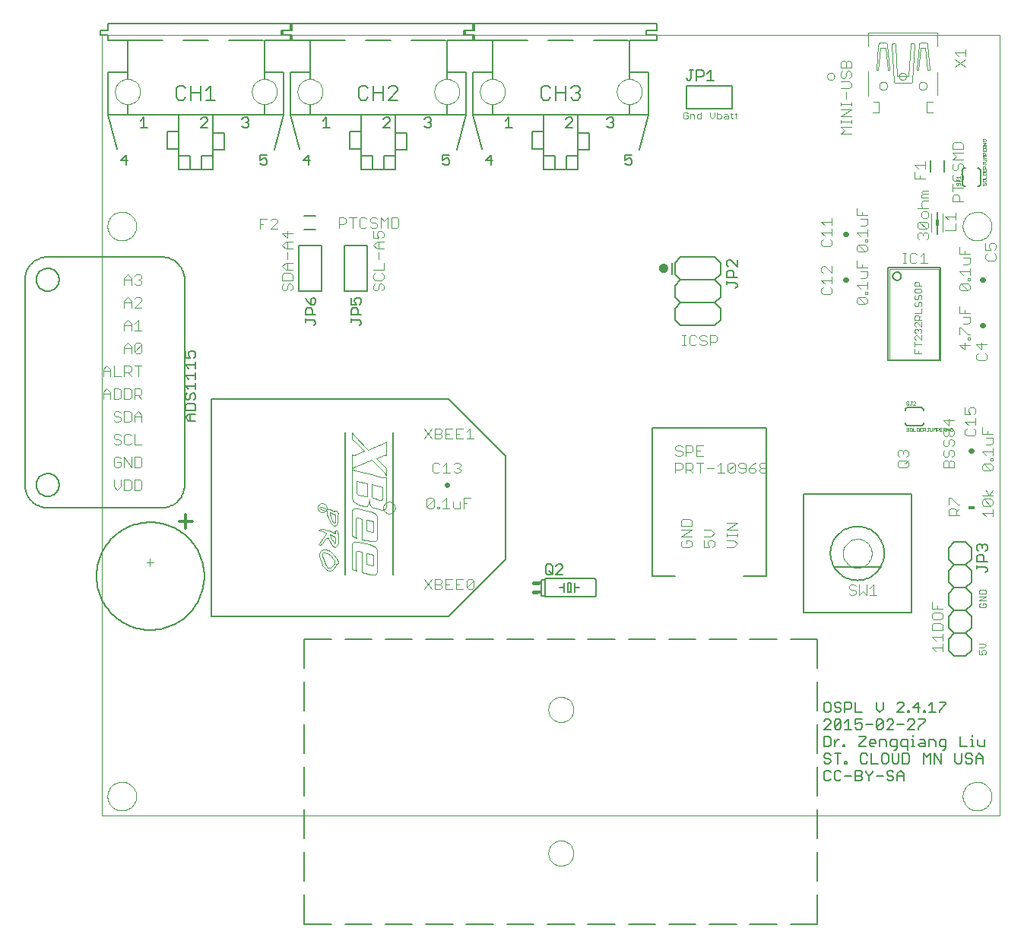
<source format=gto>
G75*
%MOIN*%
%OFA0B0*%
%FSLAX24Y24*%
%IPPOS*%
%LPD*%
%AMOC8*
5,1,8,0,0,1.08239X$1,22.5*
%
%ADD10C,0.0000*%
%ADD11C,0.0040*%
%ADD12C,0.0060*%
%ADD13C,0.0200*%
%ADD14C,0.0120*%
%ADD15C,0.0050*%
%ADD16C,0.0070*%
%ADD17C,0.0080*%
%ADD18C,0.0020*%
%ADD19C,0.0030*%
%ADD20C,0.0220*%
%ADD21C,0.0160*%
%ADD22R,0.0230X0.0160*%
%ADD23C,0.0028*%
%ADD24R,0.0118X0.0276*%
%ADD25R,0.0300X0.0180*%
%ADD26C,0.0010*%
D10*
X008005Y006775D02*
X047375Y006775D01*
X047375Y041025D01*
X008005Y041025D01*
X008005Y006775D01*
X008245Y007625D02*
X008247Y007675D01*
X008253Y007725D01*
X008263Y007774D01*
X008277Y007822D01*
X008294Y007869D01*
X008315Y007914D01*
X008340Y007958D01*
X008368Y007999D01*
X008400Y008038D01*
X008434Y008075D01*
X008471Y008109D01*
X008511Y008139D01*
X008553Y008166D01*
X008597Y008190D01*
X008643Y008211D01*
X008690Y008227D01*
X008738Y008240D01*
X008788Y008249D01*
X008837Y008254D01*
X008888Y008255D01*
X008938Y008252D01*
X008987Y008245D01*
X009036Y008234D01*
X009084Y008219D01*
X009130Y008201D01*
X009175Y008179D01*
X009218Y008153D01*
X009259Y008124D01*
X009298Y008092D01*
X009334Y008057D01*
X009366Y008019D01*
X009396Y007979D01*
X009423Y007936D01*
X009446Y007892D01*
X009465Y007846D01*
X009481Y007798D01*
X009493Y007749D01*
X009501Y007700D01*
X009505Y007650D01*
X009505Y007600D01*
X009501Y007550D01*
X009493Y007501D01*
X009481Y007452D01*
X009465Y007404D01*
X009446Y007358D01*
X009423Y007314D01*
X009396Y007271D01*
X009366Y007231D01*
X009334Y007193D01*
X009298Y007158D01*
X009259Y007126D01*
X009218Y007097D01*
X009175Y007071D01*
X009130Y007049D01*
X009084Y007031D01*
X009036Y007016D01*
X008987Y007005D01*
X008938Y006998D01*
X008888Y006995D01*
X008837Y006996D01*
X008788Y007001D01*
X008738Y007010D01*
X008690Y007023D01*
X008643Y007039D01*
X008597Y007060D01*
X008553Y007084D01*
X008511Y007111D01*
X008471Y007141D01*
X008434Y007175D01*
X008400Y007212D01*
X008368Y007251D01*
X008340Y007292D01*
X008315Y007336D01*
X008294Y007381D01*
X008277Y007428D01*
X008263Y007476D01*
X008253Y007525D01*
X008247Y007575D01*
X008245Y007625D01*
X017461Y020275D02*
X017463Y020302D01*
X017469Y020329D01*
X017478Y020355D01*
X017491Y020379D01*
X017507Y020402D01*
X017526Y020421D01*
X017548Y020438D01*
X017572Y020452D01*
X017597Y020462D01*
X017624Y020469D01*
X017651Y020472D01*
X017679Y020471D01*
X017706Y020466D01*
X017732Y020458D01*
X017756Y020446D01*
X017779Y020430D01*
X017800Y020412D01*
X017817Y020391D01*
X017832Y020367D01*
X017843Y020342D01*
X017851Y020316D01*
X017855Y020289D01*
X017855Y020261D01*
X017851Y020234D01*
X017843Y020208D01*
X017832Y020183D01*
X017817Y020159D01*
X017800Y020138D01*
X017779Y020120D01*
X017757Y020104D01*
X017732Y020092D01*
X017706Y020084D01*
X017679Y020079D01*
X017651Y020078D01*
X017624Y020081D01*
X017597Y020088D01*
X017572Y020098D01*
X017548Y020112D01*
X017526Y020129D01*
X017507Y020148D01*
X017491Y020171D01*
X017478Y020195D01*
X017469Y020221D01*
X017463Y020248D01*
X017461Y020275D01*
X020336Y020275D02*
X020338Y020306D01*
X020344Y020337D01*
X020353Y020367D01*
X020366Y020396D01*
X020383Y020423D01*
X020403Y020447D01*
X020425Y020469D01*
X020451Y020488D01*
X020478Y020504D01*
X020507Y020516D01*
X020537Y020525D01*
X020568Y020530D01*
X020600Y020531D01*
X020631Y020528D01*
X020662Y020521D01*
X020692Y020511D01*
X020720Y020497D01*
X020746Y020479D01*
X020770Y020459D01*
X020791Y020435D01*
X020810Y020410D01*
X020825Y020382D01*
X020836Y020353D01*
X020844Y020322D01*
X020848Y020291D01*
X020848Y020259D01*
X020844Y020228D01*
X020836Y020197D01*
X020825Y020168D01*
X020810Y020140D01*
X020791Y020115D01*
X020770Y020091D01*
X020746Y020071D01*
X020720Y020053D01*
X020692Y020039D01*
X020662Y020029D01*
X020631Y020022D01*
X020600Y020019D01*
X020568Y020020D01*
X020537Y020025D01*
X020507Y020034D01*
X020478Y020046D01*
X020451Y020062D01*
X020425Y020081D01*
X020403Y020103D01*
X020383Y020127D01*
X020366Y020154D01*
X020353Y020183D01*
X020344Y020213D01*
X020338Y020244D01*
X020336Y020275D01*
X027574Y011425D02*
X027576Y011472D01*
X027582Y011518D01*
X027592Y011564D01*
X027605Y011609D01*
X027623Y011652D01*
X027644Y011694D01*
X027668Y011734D01*
X027696Y011771D01*
X027727Y011806D01*
X027761Y011839D01*
X027797Y011868D01*
X027836Y011894D01*
X027877Y011917D01*
X027920Y011936D01*
X027964Y011952D01*
X028009Y011964D01*
X028055Y011972D01*
X028102Y011976D01*
X028148Y011976D01*
X028195Y011972D01*
X028241Y011964D01*
X028286Y011952D01*
X028330Y011936D01*
X028373Y011917D01*
X028414Y011894D01*
X028453Y011868D01*
X028489Y011839D01*
X028523Y011806D01*
X028554Y011771D01*
X028582Y011734D01*
X028606Y011694D01*
X028627Y011652D01*
X028645Y011609D01*
X028658Y011564D01*
X028668Y011518D01*
X028674Y011472D01*
X028676Y011425D01*
X028674Y011378D01*
X028668Y011332D01*
X028658Y011286D01*
X028645Y011241D01*
X028627Y011198D01*
X028606Y011156D01*
X028582Y011116D01*
X028554Y011079D01*
X028523Y011044D01*
X028489Y011011D01*
X028453Y010982D01*
X028414Y010956D01*
X028373Y010933D01*
X028330Y010914D01*
X028286Y010898D01*
X028241Y010886D01*
X028195Y010878D01*
X028148Y010874D01*
X028102Y010874D01*
X028055Y010878D01*
X028009Y010886D01*
X027964Y010898D01*
X027920Y010914D01*
X027877Y010933D01*
X027836Y010956D01*
X027797Y010982D01*
X027761Y011011D01*
X027727Y011044D01*
X027696Y011079D01*
X027668Y011116D01*
X027644Y011156D01*
X027623Y011198D01*
X027605Y011241D01*
X027592Y011286D01*
X027582Y011332D01*
X027576Y011378D01*
X027574Y011425D01*
X027574Y005125D02*
X027576Y005172D01*
X027582Y005218D01*
X027592Y005264D01*
X027605Y005309D01*
X027623Y005352D01*
X027644Y005394D01*
X027668Y005434D01*
X027696Y005471D01*
X027727Y005506D01*
X027761Y005539D01*
X027797Y005568D01*
X027836Y005594D01*
X027877Y005617D01*
X027920Y005636D01*
X027964Y005652D01*
X028009Y005664D01*
X028055Y005672D01*
X028102Y005676D01*
X028148Y005676D01*
X028195Y005672D01*
X028241Y005664D01*
X028286Y005652D01*
X028330Y005636D01*
X028373Y005617D01*
X028414Y005594D01*
X028453Y005568D01*
X028489Y005539D01*
X028523Y005506D01*
X028554Y005471D01*
X028582Y005434D01*
X028606Y005394D01*
X028627Y005352D01*
X028645Y005309D01*
X028658Y005264D01*
X028668Y005218D01*
X028674Y005172D01*
X028676Y005125D01*
X028674Y005078D01*
X028668Y005032D01*
X028658Y004986D01*
X028645Y004941D01*
X028627Y004898D01*
X028606Y004856D01*
X028582Y004816D01*
X028554Y004779D01*
X028523Y004744D01*
X028489Y004711D01*
X028453Y004682D01*
X028414Y004656D01*
X028373Y004633D01*
X028330Y004614D01*
X028286Y004598D01*
X028241Y004586D01*
X028195Y004578D01*
X028148Y004574D01*
X028102Y004574D01*
X028055Y004578D01*
X028009Y004586D01*
X027964Y004598D01*
X027920Y004614D01*
X027877Y004633D01*
X027836Y004656D01*
X027797Y004682D01*
X027761Y004711D01*
X027727Y004744D01*
X027696Y004779D01*
X027668Y004816D01*
X027644Y004856D01*
X027623Y004898D01*
X027605Y004941D01*
X027592Y004986D01*
X027582Y005032D01*
X027576Y005078D01*
X027574Y005125D01*
X040495Y018275D02*
X040497Y018325D01*
X040503Y018375D01*
X040513Y018424D01*
X040527Y018472D01*
X040544Y018519D01*
X040565Y018564D01*
X040590Y018608D01*
X040618Y018649D01*
X040650Y018688D01*
X040684Y018725D01*
X040721Y018759D01*
X040761Y018789D01*
X040803Y018816D01*
X040847Y018840D01*
X040893Y018861D01*
X040940Y018877D01*
X040988Y018890D01*
X041038Y018899D01*
X041087Y018904D01*
X041138Y018905D01*
X041188Y018902D01*
X041237Y018895D01*
X041286Y018884D01*
X041334Y018869D01*
X041380Y018851D01*
X041425Y018829D01*
X041468Y018803D01*
X041509Y018774D01*
X041548Y018742D01*
X041584Y018707D01*
X041616Y018669D01*
X041646Y018629D01*
X041673Y018586D01*
X041696Y018542D01*
X041715Y018496D01*
X041731Y018448D01*
X041743Y018399D01*
X041751Y018350D01*
X041755Y018300D01*
X041755Y018250D01*
X041751Y018200D01*
X041743Y018151D01*
X041731Y018102D01*
X041715Y018054D01*
X041696Y018008D01*
X041673Y017964D01*
X041646Y017921D01*
X041616Y017881D01*
X041584Y017843D01*
X041548Y017808D01*
X041509Y017776D01*
X041468Y017747D01*
X041425Y017721D01*
X041380Y017699D01*
X041334Y017681D01*
X041286Y017666D01*
X041237Y017655D01*
X041188Y017648D01*
X041138Y017645D01*
X041087Y017646D01*
X041038Y017651D01*
X040988Y017660D01*
X040940Y017673D01*
X040893Y017689D01*
X040847Y017710D01*
X040803Y017734D01*
X040761Y017761D01*
X040721Y017791D01*
X040684Y017825D01*
X040650Y017862D01*
X040618Y017901D01*
X040590Y017942D01*
X040565Y017986D01*
X040544Y018031D01*
X040527Y018078D01*
X040513Y018126D01*
X040503Y018175D01*
X040497Y018225D01*
X040495Y018275D01*
X045745Y007625D02*
X045747Y007675D01*
X045753Y007725D01*
X045763Y007774D01*
X045777Y007822D01*
X045794Y007869D01*
X045815Y007914D01*
X045840Y007958D01*
X045868Y007999D01*
X045900Y008038D01*
X045934Y008075D01*
X045971Y008109D01*
X046011Y008139D01*
X046053Y008166D01*
X046097Y008190D01*
X046143Y008211D01*
X046190Y008227D01*
X046238Y008240D01*
X046288Y008249D01*
X046337Y008254D01*
X046388Y008255D01*
X046438Y008252D01*
X046487Y008245D01*
X046536Y008234D01*
X046584Y008219D01*
X046630Y008201D01*
X046675Y008179D01*
X046718Y008153D01*
X046759Y008124D01*
X046798Y008092D01*
X046834Y008057D01*
X046866Y008019D01*
X046896Y007979D01*
X046923Y007936D01*
X046946Y007892D01*
X046965Y007846D01*
X046981Y007798D01*
X046993Y007749D01*
X047001Y007700D01*
X047005Y007650D01*
X047005Y007600D01*
X047001Y007550D01*
X046993Y007501D01*
X046981Y007452D01*
X046965Y007404D01*
X046946Y007358D01*
X046923Y007314D01*
X046896Y007271D01*
X046866Y007231D01*
X046834Y007193D01*
X046798Y007158D01*
X046759Y007126D01*
X046718Y007097D01*
X046675Y007071D01*
X046630Y007049D01*
X046584Y007031D01*
X046536Y007016D01*
X046487Y007005D01*
X046438Y006998D01*
X046388Y006995D01*
X046337Y006996D01*
X046288Y007001D01*
X046238Y007010D01*
X046190Y007023D01*
X046143Y007039D01*
X046097Y007060D01*
X046053Y007084D01*
X046011Y007111D01*
X045971Y007141D01*
X045934Y007175D01*
X045900Y007212D01*
X045868Y007251D01*
X045840Y007292D01*
X045815Y007336D01*
X045794Y007381D01*
X045777Y007428D01*
X045763Y007476D01*
X045753Y007525D01*
X045747Y007575D01*
X045745Y007625D01*
X045745Y032625D02*
X045747Y032675D01*
X045753Y032725D01*
X045763Y032774D01*
X045777Y032822D01*
X045794Y032869D01*
X045815Y032914D01*
X045840Y032958D01*
X045868Y032999D01*
X045900Y033038D01*
X045934Y033075D01*
X045971Y033109D01*
X046011Y033139D01*
X046053Y033166D01*
X046097Y033190D01*
X046143Y033211D01*
X046190Y033227D01*
X046238Y033240D01*
X046288Y033249D01*
X046337Y033254D01*
X046388Y033255D01*
X046438Y033252D01*
X046487Y033245D01*
X046536Y033234D01*
X046584Y033219D01*
X046630Y033201D01*
X046675Y033179D01*
X046718Y033153D01*
X046759Y033124D01*
X046798Y033092D01*
X046834Y033057D01*
X046866Y033019D01*
X046896Y032979D01*
X046923Y032936D01*
X046946Y032892D01*
X046965Y032846D01*
X046981Y032798D01*
X046993Y032749D01*
X047001Y032700D01*
X047005Y032650D01*
X047005Y032600D01*
X047001Y032550D01*
X046993Y032501D01*
X046981Y032452D01*
X046965Y032404D01*
X046946Y032358D01*
X046923Y032314D01*
X046896Y032271D01*
X046866Y032231D01*
X046834Y032193D01*
X046798Y032158D01*
X046759Y032126D01*
X046718Y032097D01*
X046675Y032071D01*
X046630Y032049D01*
X046584Y032031D01*
X046536Y032016D01*
X046487Y032005D01*
X046438Y031998D01*
X046388Y031995D01*
X046337Y031996D01*
X046288Y032001D01*
X046238Y032010D01*
X046190Y032023D01*
X046143Y032039D01*
X046097Y032060D01*
X046053Y032084D01*
X046011Y032111D01*
X045971Y032141D01*
X045934Y032175D01*
X045900Y032212D01*
X045868Y032251D01*
X045840Y032292D01*
X045815Y032336D01*
X045794Y032381D01*
X045777Y032428D01*
X045763Y032476D01*
X045753Y032525D01*
X045747Y032575D01*
X045745Y032625D01*
X043814Y038775D02*
X043816Y038801D01*
X043822Y038827D01*
X043832Y038852D01*
X043845Y038875D01*
X043861Y038895D01*
X043881Y038913D01*
X043903Y038928D01*
X043926Y038940D01*
X043952Y038948D01*
X043978Y038952D01*
X044004Y038952D01*
X044030Y038948D01*
X044056Y038940D01*
X044080Y038928D01*
X044101Y038913D01*
X044121Y038895D01*
X044137Y038875D01*
X044150Y038852D01*
X044160Y038827D01*
X044166Y038801D01*
X044168Y038775D01*
X044166Y038749D01*
X044160Y038723D01*
X044150Y038698D01*
X044137Y038675D01*
X044121Y038655D01*
X044101Y038637D01*
X044079Y038622D01*
X044056Y038610D01*
X044030Y038602D01*
X044004Y038598D01*
X043978Y038598D01*
X043952Y038602D01*
X043926Y038610D01*
X043902Y038622D01*
X043881Y038637D01*
X043861Y038655D01*
X043845Y038675D01*
X043832Y038698D01*
X043822Y038723D01*
X043816Y038749D01*
X043814Y038775D01*
X042950Y039198D02*
X042952Y039223D01*
X042958Y039247D01*
X042967Y039269D01*
X042980Y039290D01*
X042996Y039309D01*
X043015Y039325D01*
X043036Y039338D01*
X043058Y039347D01*
X043082Y039353D01*
X043107Y039355D01*
X043132Y039353D01*
X043156Y039347D01*
X043178Y039338D01*
X043199Y039325D01*
X043218Y039309D01*
X043234Y039290D01*
X043247Y039269D01*
X043256Y039247D01*
X043262Y039223D01*
X043264Y039198D01*
X043262Y039173D01*
X043256Y039149D01*
X043247Y039127D01*
X043234Y039106D01*
X043218Y039087D01*
X043199Y039071D01*
X043178Y039058D01*
X043156Y039049D01*
X043132Y039043D01*
X043107Y039041D01*
X043082Y039043D01*
X043058Y039049D01*
X043036Y039058D01*
X043015Y039071D01*
X042996Y039087D01*
X042980Y039106D01*
X042967Y039127D01*
X042958Y039149D01*
X042952Y039173D01*
X042950Y039198D01*
X042082Y038775D02*
X042084Y038801D01*
X042090Y038827D01*
X042100Y038852D01*
X042113Y038875D01*
X042129Y038895D01*
X042149Y038913D01*
X042171Y038928D01*
X042194Y038940D01*
X042220Y038948D01*
X042246Y038952D01*
X042272Y038952D01*
X042298Y038948D01*
X042324Y038940D01*
X042348Y038928D01*
X042369Y038913D01*
X042389Y038895D01*
X042405Y038875D01*
X042418Y038852D01*
X042428Y038827D01*
X042434Y038801D01*
X042436Y038775D01*
X042434Y038749D01*
X042428Y038723D01*
X042418Y038698D01*
X042405Y038675D01*
X042389Y038655D01*
X042369Y038637D01*
X042347Y038622D01*
X042324Y038610D01*
X042298Y038602D01*
X042272Y038598D01*
X042246Y038598D01*
X042220Y038602D01*
X042194Y038610D01*
X042170Y038622D01*
X042149Y038637D01*
X042129Y038655D01*
X042113Y038675D01*
X042100Y038698D01*
X042090Y038723D01*
X042084Y038749D01*
X042082Y038775D01*
X039801Y039198D02*
X039803Y039223D01*
X039809Y039247D01*
X039818Y039269D01*
X039831Y039290D01*
X039847Y039309D01*
X039866Y039325D01*
X039887Y039338D01*
X039909Y039347D01*
X039933Y039353D01*
X039958Y039355D01*
X039983Y039353D01*
X040007Y039347D01*
X040029Y039338D01*
X040050Y039325D01*
X040069Y039309D01*
X040085Y039290D01*
X040098Y039269D01*
X040107Y039247D01*
X040113Y039223D01*
X040115Y039198D01*
X040113Y039173D01*
X040107Y039149D01*
X040098Y039127D01*
X040085Y039106D01*
X040069Y039087D01*
X040050Y039071D01*
X040029Y039058D01*
X040007Y039049D01*
X039983Y039043D01*
X039958Y039041D01*
X039933Y039043D01*
X039909Y039049D01*
X039887Y039058D01*
X039866Y039071D01*
X039847Y039087D01*
X039831Y039106D01*
X039818Y039127D01*
X039809Y039149D01*
X039803Y039173D01*
X039801Y039198D01*
X030575Y038525D02*
X030577Y038572D01*
X030583Y038618D01*
X030593Y038664D01*
X030606Y038708D01*
X030624Y038752D01*
X030645Y038793D01*
X030669Y038833D01*
X030697Y038871D01*
X030728Y038906D01*
X030762Y038938D01*
X030798Y038967D01*
X030837Y038993D01*
X030877Y039016D01*
X030920Y039035D01*
X030964Y039051D01*
X031009Y039063D01*
X031055Y039071D01*
X031102Y039075D01*
X031148Y039075D01*
X031195Y039071D01*
X031241Y039063D01*
X031286Y039051D01*
X031330Y039035D01*
X031373Y039016D01*
X031413Y038993D01*
X031452Y038967D01*
X031488Y038938D01*
X031522Y038906D01*
X031553Y038871D01*
X031581Y038833D01*
X031605Y038793D01*
X031626Y038752D01*
X031644Y038708D01*
X031657Y038664D01*
X031667Y038618D01*
X031673Y038572D01*
X031675Y038525D01*
X031673Y038478D01*
X031667Y038432D01*
X031657Y038386D01*
X031644Y038342D01*
X031626Y038298D01*
X031605Y038257D01*
X031581Y038217D01*
X031553Y038179D01*
X031522Y038144D01*
X031488Y038112D01*
X031452Y038083D01*
X031413Y038057D01*
X031373Y038034D01*
X031330Y038015D01*
X031286Y037999D01*
X031241Y037987D01*
X031195Y037979D01*
X031148Y037975D01*
X031102Y037975D01*
X031055Y037979D01*
X031009Y037987D01*
X030964Y037999D01*
X030920Y038015D01*
X030877Y038034D01*
X030837Y038057D01*
X030798Y038083D01*
X030762Y038112D01*
X030728Y038144D01*
X030697Y038179D01*
X030669Y038217D01*
X030645Y038257D01*
X030624Y038298D01*
X030606Y038342D01*
X030593Y038386D01*
X030583Y038432D01*
X030577Y038478D01*
X030575Y038525D01*
X024575Y038525D02*
X024577Y038572D01*
X024583Y038618D01*
X024593Y038664D01*
X024606Y038708D01*
X024624Y038752D01*
X024645Y038793D01*
X024669Y038833D01*
X024697Y038871D01*
X024728Y038906D01*
X024762Y038938D01*
X024798Y038967D01*
X024837Y038993D01*
X024877Y039016D01*
X024920Y039035D01*
X024964Y039051D01*
X025009Y039063D01*
X025055Y039071D01*
X025102Y039075D01*
X025148Y039075D01*
X025195Y039071D01*
X025241Y039063D01*
X025286Y039051D01*
X025330Y039035D01*
X025373Y039016D01*
X025413Y038993D01*
X025452Y038967D01*
X025488Y038938D01*
X025522Y038906D01*
X025553Y038871D01*
X025581Y038833D01*
X025605Y038793D01*
X025626Y038752D01*
X025644Y038708D01*
X025657Y038664D01*
X025667Y038618D01*
X025673Y038572D01*
X025675Y038525D01*
X025673Y038478D01*
X025667Y038432D01*
X025657Y038386D01*
X025644Y038342D01*
X025626Y038298D01*
X025605Y038257D01*
X025581Y038217D01*
X025553Y038179D01*
X025522Y038144D01*
X025488Y038112D01*
X025452Y038083D01*
X025413Y038057D01*
X025373Y038034D01*
X025330Y038015D01*
X025286Y037999D01*
X025241Y037987D01*
X025195Y037979D01*
X025148Y037975D01*
X025102Y037975D01*
X025055Y037979D01*
X025009Y037987D01*
X024964Y037999D01*
X024920Y038015D01*
X024877Y038034D01*
X024837Y038057D01*
X024798Y038083D01*
X024762Y038112D01*
X024728Y038144D01*
X024697Y038179D01*
X024669Y038217D01*
X024645Y038257D01*
X024624Y038298D01*
X024606Y038342D01*
X024593Y038386D01*
X024583Y038432D01*
X024577Y038478D01*
X024575Y038525D01*
X022575Y038525D02*
X022577Y038572D01*
X022583Y038618D01*
X022593Y038664D01*
X022606Y038708D01*
X022624Y038752D01*
X022645Y038793D01*
X022669Y038833D01*
X022697Y038871D01*
X022728Y038906D01*
X022762Y038938D01*
X022798Y038967D01*
X022837Y038993D01*
X022877Y039016D01*
X022920Y039035D01*
X022964Y039051D01*
X023009Y039063D01*
X023055Y039071D01*
X023102Y039075D01*
X023148Y039075D01*
X023195Y039071D01*
X023241Y039063D01*
X023286Y039051D01*
X023330Y039035D01*
X023373Y039016D01*
X023413Y038993D01*
X023452Y038967D01*
X023488Y038938D01*
X023522Y038906D01*
X023553Y038871D01*
X023581Y038833D01*
X023605Y038793D01*
X023626Y038752D01*
X023644Y038708D01*
X023657Y038664D01*
X023667Y038618D01*
X023673Y038572D01*
X023675Y038525D01*
X023673Y038478D01*
X023667Y038432D01*
X023657Y038386D01*
X023644Y038342D01*
X023626Y038298D01*
X023605Y038257D01*
X023581Y038217D01*
X023553Y038179D01*
X023522Y038144D01*
X023488Y038112D01*
X023452Y038083D01*
X023413Y038057D01*
X023373Y038034D01*
X023330Y038015D01*
X023286Y037999D01*
X023241Y037987D01*
X023195Y037979D01*
X023148Y037975D01*
X023102Y037975D01*
X023055Y037979D01*
X023009Y037987D01*
X022964Y037999D01*
X022920Y038015D01*
X022877Y038034D01*
X022837Y038057D01*
X022798Y038083D01*
X022762Y038112D01*
X022728Y038144D01*
X022697Y038179D01*
X022669Y038217D01*
X022645Y038257D01*
X022624Y038298D01*
X022606Y038342D01*
X022593Y038386D01*
X022583Y038432D01*
X022577Y038478D01*
X022575Y038525D01*
X016575Y038525D02*
X016577Y038572D01*
X016583Y038618D01*
X016593Y038664D01*
X016606Y038708D01*
X016624Y038752D01*
X016645Y038793D01*
X016669Y038833D01*
X016697Y038871D01*
X016728Y038906D01*
X016762Y038938D01*
X016798Y038967D01*
X016837Y038993D01*
X016877Y039016D01*
X016920Y039035D01*
X016964Y039051D01*
X017009Y039063D01*
X017055Y039071D01*
X017102Y039075D01*
X017148Y039075D01*
X017195Y039071D01*
X017241Y039063D01*
X017286Y039051D01*
X017330Y039035D01*
X017373Y039016D01*
X017413Y038993D01*
X017452Y038967D01*
X017488Y038938D01*
X017522Y038906D01*
X017553Y038871D01*
X017581Y038833D01*
X017605Y038793D01*
X017626Y038752D01*
X017644Y038708D01*
X017657Y038664D01*
X017667Y038618D01*
X017673Y038572D01*
X017675Y038525D01*
X017673Y038478D01*
X017667Y038432D01*
X017657Y038386D01*
X017644Y038342D01*
X017626Y038298D01*
X017605Y038257D01*
X017581Y038217D01*
X017553Y038179D01*
X017522Y038144D01*
X017488Y038112D01*
X017452Y038083D01*
X017413Y038057D01*
X017373Y038034D01*
X017330Y038015D01*
X017286Y037999D01*
X017241Y037987D01*
X017195Y037979D01*
X017148Y037975D01*
X017102Y037975D01*
X017055Y037979D01*
X017009Y037987D01*
X016964Y037999D01*
X016920Y038015D01*
X016877Y038034D01*
X016837Y038057D01*
X016798Y038083D01*
X016762Y038112D01*
X016728Y038144D01*
X016697Y038179D01*
X016669Y038217D01*
X016645Y038257D01*
X016624Y038298D01*
X016606Y038342D01*
X016593Y038386D01*
X016583Y038432D01*
X016577Y038478D01*
X016575Y038525D01*
X014575Y038525D02*
X014577Y038572D01*
X014583Y038618D01*
X014593Y038664D01*
X014606Y038708D01*
X014624Y038752D01*
X014645Y038793D01*
X014669Y038833D01*
X014697Y038871D01*
X014728Y038906D01*
X014762Y038938D01*
X014798Y038967D01*
X014837Y038993D01*
X014877Y039016D01*
X014920Y039035D01*
X014964Y039051D01*
X015009Y039063D01*
X015055Y039071D01*
X015102Y039075D01*
X015148Y039075D01*
X015195Y039071D01*
X015241Y039063D01*
X015286Y039051D01*
X015330Y039035D01*
X015373Y039016D01*
X015413Y038993D01*
X015452Y038967D01*
X015488Y038938D01*
X015522Y038906D01*
X015553Y038871D01*
X015581Y038833D01*
X015605Y038793D01*
X015626Y038752D01*
X015644Y038708D01*
X015657Y038664D01*
X015667Y038618D01*
X015673Y038572D01*
X015675Y038525D01*
X015673Y038478D01*
X015667Y038432D01*
X015657Y038386D01*
X015644Y038342D01*
X015626Y038298D01*
X015605Y038257D01*
X015581Y038217D01*
X015553Y038179D01*
X015522Y038144D01*
X015488Y038112D01*
X015452Y038083D01*
X015413Y038057D01*
X015373Y038034D01*
X015330Y038015D01*
X015286Y037999D01*
X015241Y037987D01*
X015195Y037979D01*
X015148Y037975D01*
X015102Y037975D01*
X015055Y037979D01*
X015009Y037987D01*
X014964Y037999D01*
X014920Y038015D01*
X014877Y038034D01*
X014837Y038057D01*
X014798Y038083D01*
X014762Y038112D01*
X014728Y038144D01*
X014697Y038179D01*
X014669Y038217D01*
X014645Y038257D01*
X014624Y038298D01*
X014606Y038342D01*
X014593Y038386D01*
X014583Y038432D01*
X014577Y038478D01*
X014575Y038525D01*
X008575Y038525D02*
X008577Y038572D01*
X008583Y038618D01*
X008593Y038664D01*
X008606Y038708D01*
X008624Y038752D01*
X008645Y038793D01*
X008669Y038833D01*
X008697Y038871D01*
X008728Y038906D01*
X008762Y038938D01*
X008798Y038967D01*
X008837Y038993D01*
X008877Y039016D01*
X008920Y039035D01*
X008964Y039051D01*
X009009Y039063D01*
X009055Y039071D01*
X009102Y039075D01*
X009148Y039075D01*
X009195Y039071D01*
X009241Y039063D01*
X009286Y039051D01*
X009330Y039035D01*
X009373Y039016D01*
X009413Y038993D01*
X009452Y038967D01*
X009488Y038938D01*
X009522Y038906D01*
X009553Y038871D01*
X009581Y038833D01*
X009605Y038793D01*
X009626Y038752D01*
X009644Y038708D01*
X009657Y038664D01*
X009667Y038618D01*
X009673Y038572D01*
X009675Y038525D01*
X009673Y038478D01*
X009667Y038432D01*
X009657Y038386D01*
X009644Y038342D01*
X009626Y038298D01*
X009605Y038257D01*
X009581Y038217D01*
X009553Y038179D01*
X009522Y038144D01*
X009488Y038112D01*
X009452Y038083D01*
X009413Y038057D01*
X009373Y038034D01*
X009330Y038015D01*
X009286Y037999D01*
X009241Y037987D01*
X009195Y037979D01*
X009148Y037975D01*
X009102Y037975D01*
X009055Y037979D01*
X009009Y037987D01*
X008964Y037999D01*
X008920Y038015D01*
X008877Y038034D01*
X008837Y038057D01*
X008798Y038083D01*
X008762Y038112D01*
X008728Y038144D01*
X008697Y038179D01*
X008669Y038217D01*
X008645Y038257D01*
X008624Y038298D01*
X008606Y038342D01*
X008593Y038386D01*
X008583Y038432D01*
X008577Y038478D01*
X008575Y038525D01*
X008245Y032625D02*
X008247Y032675D01*
X008253Y032725D01*
X008263Y032774D01*
X008277Y032822D01*
X008294Y032869D01*
X008315Y032914D01*
X008340Y032958D01*
X008368Y032999D01*
X008400Y033038D01*
X008434Y033075D01*
X008471Y033109D01*
X008511Y033139D01*
X008553Y033166D01*
X008597Y033190D01*
X008643Y033211D01*
X008690Y033227D01*
X008738Y033240D01*
X008788Y033249D01*
X008837Y033254D01*
X008888Y033255D01*
X008938Y033252D01*
X008987Y033245D01*
X009036Y033234D01*
X009084Y033219D01*
X009130Y033201D01*
X009175Y033179D01*
X009218Y033153D01*
X009259Y033124D01*
X009298Y033092D01*
X009334Y033057D01*
X009366Y033019D01*
X009396Y032979D01*
X009423Y032936D01*
X009446Y032892D01*
X009465Y032846D01*
X009481Y032798D01*
X009493Y032749D01*
X009501Y032700D01*
X009505Y032650D01*
X009505Y032600D01*
X009501Y032550D01*
X009493Y032501D01*
X009481Y032452D01*
X009465Y032404D01*
X009446Y032358D01*
X009423Y032314D01*
X009396Y032271D01*
X009366Y032231D01*
X009334Y032193D01*
X009298Y032158D01*
X009259Y032126D01*
X009218Y032097D01*
X009175Y032071D01*
X009130Y032049D01*
X009084Y032031D01*
X009036Y032016D01*
X008987Y032005D01*
X008938Y031998D01*
X008888Y031995D01*
X008837Y031996D01*
X008788Y032001D01*
X008738Y032010D01*
X008690Y032023D01*
X008643Y032039D01*
X008597Y032060D01*
X008553Y032084D01*
X008511Y032111D01*
X008471Y032141D01*
X008434Y032175D01*
X008400Y032212D01*
X008368Y032251D01*
X008340Y032292D01*
X008315Y032336D01*
X008294Y032381D01*
X008277Y032428D01*
X008263Y032476D01*
X008253Y032525D01*
X008247Y032575D01*
X008245Y032625D01*
D11*
X009128Y030505D02*
X009281Y030352D01*
X009281Y030045D01*
X009435Y030122D02*
X009511Y030045D01*
X009665Y030045D01*
X009742Y030122D01*
X009742Y030198D01*
X009665Y030275D01*
X009588Y030275D01*
X009665Y030275D02*
X009742Y030352D01*
X009742Y030429D01*
X009665Y030505D01*
X009511Y030505D01*
X009435Y030429D01*
X009281Y030275D02*
X008974Y030275D01*
X008974Y030352D02*
X009128Y030505D01*
X008974Y030352D02*
X008974Y030045D01*
X009128Y029505D02*
X009281Y029352D01*
X009281Y029045D01*
X009435Y029045D02*
X009742Y029352D01*
X009742Y029429D01*
X009665Y029505D01*
X009511Y029505D01*
X009435Y029429D01*
X009281Y029275D02*
X008974Y029275D01*
X008974Y029352D02*
X009128Y029505D01*
X008974Y029352D02*
X008974Y029045D01*
X009435Y029045D02*
X009742Y029045D01*
X009588Y028505D02*
X009588Y028045D01*
X009435Y028045D02*
X009742Y028045D01*
X009435Y028352D02*
X009588Y028505D01*
X009281Y028352D02*
X009281Y028045D01*
X009281Y028275D02*
X008974Y028275D01*
X008974Y028352D02*
X009128Y028505D01*
X009281Y028352D01*
X008974Y028352D02*
X008974Y028045D01*
X009128Y027505D02*
X009281Y027352D01*
X009281Y027045D01*
X009435Y027122D02*
X009742Y027429D01*
X009742Y027122D01*
X009665Y027045D01*
X009511Y027045D01*
X009435Y027122D01*
X009435Y027429D01*
X009511Y027505D01*
X009665Y027505D01*
X009742Y027429D01*
X009281Y027275D02*
X008974Y027275D01*
X008974Y027352D02*
X009128Y027505D01*
X008974Y027352D02*
X008974Y027045D01*
X008974Y026505D02*
X009204Y026505D01*
X009281Y026429D01*
X009281Y026275D01*
X009204Y026198D01*
X008974Y026198D01*
X008974Y026045D02*
X008974Y026505D01*
X009128Y026198D02*
X009281Y026045D01*
X009588Y026045D02*
X009588Y026505D01*
X009435Y026505D02*
X009742Y026505D01*
X009665Y025505D02*
X009742Y025429D01*
X009742Y025275D01*
X009665Y025198D01*
X009435Y025198D01*
X009435Y025045D02*
X009435Y025505D01*
X009665Y025505D01*
X009588Y025198D02*
X009742Y025045D01*
X009281Y025122D02*
X009281Y025429D01*
X009204Y025505D01*
X008974Y025505D01*
X008974Y025045D01*
X009204Y025045D01*
X009281Y025122D01*
X008821Y025122D02*
X008821Y025429D01*
X008744Y025505D01*
X008514Y025505D01*
X008514Y025045D01*
X008744Y025045D01*
X008821Y025122D01*
X008360Y025045D02*
X008360Y025352D01*
X008207Y025505D01*
X008053Y025352D01*
X008053Y025045D01*
X008053Y025275D02*
X008360Y025275D01*
X008360Y026045D02*
X008360Y026352D01*
X008207Y026505D01*
X008053Y026352D01*
X008053Y026045D01*
X008053Y026275D02*
X008360Y026275D01*
X008514Y026045D02*
X008821Y026045D01*
X008514Y026045D02*
X008514Y026505D01*
X008591Y024505D02*
X008514Y024429D01*
X008514Y024352D01*
X008591Y024275D01*
X008744Y024275D01*
X008821Y024198D01*
X008821Y024122D01*
X008744Y024045D01*
X008591Y024045D01*
X008514Y024122D01*
X008591Y024505D02*
X008744Y024505D01*
X008821Y024429D01*
X008974Y024505D02*
X008974Y024045D01*
X009204Y024045D01*
X009281Y024122D01*
X009281Y024429D01*
X009204Y024505D01*
X008974Y024505D01*
X009435Y024352D02*
X009435Y024045D01*
X009435Y024275D02*
X009742Y024275D01*
X009742Y024352D02*
X009742Y024045D01*
X009742Y024352D02*
X009588Y024505D01*
X009435Y024352D01*
X009435Y023505D02*
X009435Y023045D01*
X009742Y023045D01*
X009281Y023122D02*
X009204Y023045D01*
X009051Y023045D01*
X008974Y023122D01*
X008974Y023429D01*
X009051Y023505D01*
X009204Y023505D01*
X009281Y023429D01*
X008821Y023429D02*
X008744Y023505D01*
X008591Y023505D01*
X008514Y023429D01*
X008514Y023352D01*
X008591Y023275D01*
X008744Y023275D01*
X008821Y023198D01*
X008821Y023122D01*
X008744Y023045D01*
X008591Y023045D01*
X008514Y023122D01*
X008591Y022505D02*
X008514Y022429D01*
X008514Y022122D01*
X008591Y022045D01*
X008744Y022045D01*
X008821Y022122D01*
X008821Y022275D01*
X008667Y022275D01*
X008821Y022429D02*
X008744Y022505D01*
X008591Y022505D01*
X008974Y022505D02*
X009281Y022045D01*
X009281Y022505D01*
X009435Y022505D02*
X009665Y022505D01*
X009742Y022429D01*
X009742Y022122D01*
X009665Y022045D01*
X009435Y022045D01*
X009435Y022505D01*
X008974Y022505D02*
X008974Y022045D01*
X008974Y021505D02*
X009204Y021505D01*
X009281Y021429D01*
X009281Y021122D01*
X009204Y021045D01*
X008974Y021045D01*
X008974Y021505D01*
X008821Y021505D02*
X008821Y021198D01*
X008667Y021045D01*
X008514Y021198D01*
X008514Y021505D01*
X009435Y021505D02*
X009435Y021045D01*
X009665Y021045D01*
X009742Y021122D01*
X009742Y021429D01*
X009665Y021505D01*
X009435Y021505D01*
X010102Y018033D02*
X010102Y017726D01*
X009948Y017880D02*
X010255Y017880D01*
X017536Y018164D02*
X017536Y018290D01*
X017597Y018384D01*
X017701Y018438D01*
X017810Y018433D01*
X017942Y018406D01*
X017986Y018389D01*
X018134Y018241D01*
X018309Y018033D01*
X018370Y017918D01*
X018370Y017912D02*
X018348Y017857D01*
X018304Y017819D01*
X018276Y017814D01*
X018254Y017737D01*
X018178Y017627D01*
X018101Y017534D01*
X017997Y017506D01*
X017925Y017517D01*
X017816Y017578D01*
X017734Y017682D01*
X017657Y017759D01*
X017624Y017901D01*
X017558Y018005D01*
X017536Y018164D01*
X017668Y018142D02*
X017662Y018274D01*
X017690Y018323D01*
X017745Y018318D01*
X017904Y018269D01*
X018030Y018175D01*
X018139Y018033D01*
X018183Y017972D01*
X018183Y017835D01*
X018161Y017770D01*
X018035Y017649D01*
X017904Y017649D01*
X017827Y017759D01*
X017761Y017874D01*
X017717Y018011D01*
X017668Y018142D01*
X017569Y018652D02*
X017536Y018647D01*
X017503Y018663D01*
X017498Y018680D01*
X017531Y018724D01*
X017701Y018937D01*
X017838Y019140D01*
X017838Y019179D01*
X017799Y019190D01*
X017690Y019228D01*
X017591Y019261D01*
X017536Y019283D01*
X017503Y019283D01*
X017558Y019343D01*
X017640Y019349D01*
X017695Y019338D01*
X017871Y019288D01*
X017969Y019261D01*
X018106Y019201D01*
X018178Y019162D01*
X018216Y019146D01*
X018222Y019184D01*
X018189Y019228D01*
X018194Y019228D01*
X018216Y019244D01*
X018232Y019272D01*
X018254Y019283D01*
X018287Y019277D01*
X018320Y019244D01*
X018342Y019184D01*
X018370Y019113D01*
X018370Y018795D01*
X018353Y018729D01*
X018326Y018652D01*
X018298Y018608D01*
X018254Y018570D01*
X018227Y018559D01*
X018178Y018586D01*
X018134Y018586D01*
X018090Y018630D01*
X018052Y018691D01*
X017997Y018811D01*
X017925Y018926D01*
X017893Y018981D01*
X017810Y018899D01*
X017739Y018795D01*
X017679Y018718D01*
X017624Y018674D01*
X017569Y018652D01*
X018046Y018954D02*
X018030Y019036D01*
X017997Y019102D01*
X018183Y018998D01*
X018238Y018992D01*
X018238Y018795D01*
X018227Y018729D01*
X018194Y018713D01*
X018183Y018751D01*
X018128Y018806D01*
X018084Y018883D01*
X018046Y018954D01*
X018178Y019480D02*
X018128Y019502D01*
X018090Y019535D01*
X018046Y019601D01*
X017925Y019842D01*
X017876Y019968D01*
X017854Y020067D01*
X017849Y020100D01*
X017849Y020138D01*
X017799Y020154D01*
X017701Y020187D01*
X017613Y020215D01*
X017575Y020237D01*
X017553Y020248D01*
X017542Y020270D01*
X017558Y020297D01*
X017591Y020319D01*
X017629Y020319D01*
X017673Y020308D01*
X017777Y020259D01*
X017854Y020226D01*
X017925Y020215D01*
X017991Y020198D01*
X018079Y020171D01*
X018145Y020143D01*
X018189Y020116D01*
X018189Y020160D01*
X018282Y020160D01*
X018282Y020111D01*
X018315Y020067D01*
X018359Y020023D01*
X018331Y019974D01*
X018331Y019776D01*
X018315Y019617D01*
X018249Y019508D01*
X018200Y019480D01*
X018178Y019480D01*
X018183Y019606D02*
X018167Y019612D01*
X018145Y019639D01*
X018101Y019727D01*
X018052Y019798D01*
X018024Y019897D01*
X017997Y019968D01*
X017991Y020012D01*
X017991Y020078D01*
X018194Y019979D01*
X018222Y019968D01*
X018222Y019688D01*
X018194Y019623D01*
X018183Y019606D01*
X018962Y020116D02*
X018962Y019031D01*
X019148Y018954D01*
X019137Y019025D01*
X019137Y019815D01*
X019154Y019836D01*
X019192Y019842D01*
X019225Y019831D01*
X019411Y019787D01*
X019411Y018888D01*
X019789Y018795D01*
X019981Y018795D01*
X020003Y018817D01*
X020058Y018888D01*
X020080Y018948D01*
X020080Y019809D01*
X020075Y019842D01*
X020053Y019908D01*
X019998Y019995D01*
X019926Y020045D01*
X019795Y020111D01*
X019735Y020127D01*
X019247Y020237D01*
X019159Y020248D01*
X019104Y020248D01*
X019044Y020231D01*
X019005Y020204D01*
X018973Y020160D01*
X018962Y020116D01*
X019121Y020467D02*
X019027Y020549D01*
X018995Y020615D01*
X018962Y020719D01*
X018962Y022621D01*
X019022Y022589D01*
X019060Y022589D01*
X019493Y022764D01*
X019049Y023219D01*
X018962Y023268D01*
X018962Y023592D01*
X019060Y023455D01*
X019658Y022819D01*
X020420Y023131D01*
X020480Y023192D01*
X020480Y022589D01*
X020447Y022589D01*
X020414Y022605D01*
X020387Y022589D01*
X020360Y022589D01*
X020014Y022451D01*
X020398Y022062D01*
X020425Y022040D01*
X020458Y022024D01*
X020480Y022018D01*
X020480Y021673D01*
X020431Y021744D01*
X020393Y021799D01*
X020327Y021876D01*
X019844Y022391D01*
X019088Y022084D01*
X018967Y021996D01*
X018967Y021980D01*
X019000Y021947D01*
X019132Y021903D01*
X019378Y021837D01*
X019691Y021761D01*
X020272Y021618D01*
X020371Y021596D01*
X020480Y021596D01*
X020480Y020352D01*
X020464Y020286D01*
X020436Y020242D01*
X020376Y020209D01*
X020321Y020187D01*
X020228Y020187D01*
X020184Y020204D01*
X019910Y020270D01*
X019855Y020291D01*
X019773Y020374D01*
X019746Y020439D01*
X019724Y020527D01*
X019724Y020637D01*
X019702Y020478D01*
X019647Y020363D01*
X019636Y020357D01*
X019488Y020357D01*
X019247Y020418D01*
X019186Y020456D01*
X019121Y020467D01*
X019236Y020845D02*
X019203Y020867D01*
X019159Y020906D01*
X019148Y020927D01*
X019148Y021459D01*
X019630Y021333D01*
X019630Y020834D01*
X019614Y020790D01*
X019576Y020763D01*
X019559Y020763D01*
X019236Y020845D01*
X019828Y020746D02*
X019828Y021295D01*
X020294Y021180D01*
X020294Y020675D01*
X020266Y020626D01*
X020179Y020620D01*
X019888Y020697D01*
X019850Y020714D01*
X019828Y020746D01*
X019587Y019738D02*
X019581Y019732D01*
X019581Y019261D01*
X019817Y019201D01*
X019888Y019201D01*
X019905Y019217D01*
X019910Y019239D01*
X019910Y019628D01*
X019894Y019661D01*
X019855Y019683D01*
X019811Y019699D01*
X019587Y019738D01*
X019247Y018778D02*
X019735Y018669D01*
X019795Y018652D01*
X019926Y018586D01*
X019998Y018537D01*
X020053Y018449D01*
X020075Y018384D01*
X020080Y018351D01*
X020080Y017490D01*
X020058Y017430D01*
X020003Y017358D01*
X019981Y017337D01*
X019789Y017337D01*
X019411Y017430D01*
X019411Y018329D01*
X019225Y018373D01*
X019192Y018384D01*
X019154Y018378D01*
X019137Y018356D01*
X019137Y017567D01*
X019148Y017496D01*
X018962Y017572D01*
X018962Y018658D01*
X018973Y018702D01*
X019005Y018746D01*
X019044Y018773D01*
X019104Y018789D01*
X019159Y018789D01*
X019247Y018778D01*
X019587Y018279D02*
X019581Y018274D01*
X019581Y017803D01*
X019817Y017742D01*
X019888Y017742D01*
X019905Y017759D01*
X019910Y017781D01*
X019910Y018170D01*
X019894Y018203D01*
X019855Y018225D01*
X019811Y018241D01*
X019587Y018279D01*
X022145Y017157D02*
X022452Y016697D01*
X022605Y016697D02*
X022836Y016697D01*
X022912Y016773D01*
X022912Y016850D01*
X022836Y016927D01*
X022605Y016927D01*
X022605Y016697D02*
X022605Y017157D01*
X022836Y017157D01*
X022912Y017080D01*
X022912Y017004D01*
X022836Y016927D01*
X023066Y016927D02*
X023219Y016927D01*
X023066Y017157D02*
X023066Y016697D01*
X023373Y016697D01*
X023526Y016697D02*
X023833Y016697D01*
X023987Y016773D02*
X024293Y017080D01*
X024293Y016773D01*
X024217Y016697D01*
X024063Y016697D01*
X023987Y016773D01*
X023987Y017080D01*
X024063Y017157D01*
X024217Y017157D01*
X024293Y017080D01*
X023833Y017157D02*
X023526Y017157D01*
X023526Y016697D01*
X023526Y016927D02*
X023680Y016927D01*
X023373Y017157D02*
X023066Y017157D01*
X022452Y017157D02*
X022145Y016697D01*
X022322Y020245D02*
X022245Y020322D01*
X022552Y020629D01*
X022552Y020322D01*
X022475Y020245D01*
X022322Y020245D01*
X022245Y020322D02*
X022245Y020629D01*
X022322Y020705D01*
X022475Y020705D01*
X022552Y020629D01*
X022705Y020322D02*
X022782Y020322D01*
X022782Y020245D01*
X022705Y020245D01*
X022705Y020322D01*
X022936Y020245D02*
X023243Y020245D01*
X023089Y020245D02*
X023089Y020705D01*
X022936Y020552D01*
X023396Y020552D02*
X023396Y020322D01*
X023473Y020245D01*
X023703Y020245D01*
X023703Y020552D01*
X023856Y020475D02*
X024010Y020475D01*
X023856Y020245D02*
X023856Y020705D01*
X024163Y020705D01*
X023646Y021795D02*
X023493Y021795D01*
X023416Y021872D01*
X023262Y021795D02*
X022955Y021795D01*
X023109Y021795D02*
X023109Y022255D01*
X022955Y022102D01*
X022802Y022179D02*
X022725Y022255D01*
X022572Y022255D01*
X022495Y022179D01*
X022495Y021872D01*
X022572Y021795D01*
X022725Y021795D01*
X022802Y021872D01*
X023416Y022179D02*
X023493Y022255D01*
X023646Y022255D01*
X023723Y022179D01*
X023723Y022102D01*
X023646Y022025D01*
X023723Y021948D01*
X023723Y021872D01*
X023646Y021795D01*
X023646Y022025D02*
X023569Y022025D01*
X023526Y023295D02*
X023833Y023295D01*
X023987Y023295D02*
X024293Y023295D01*
X024140Y023295D02*
X024140Y023755D01*
X023987Y023602D01*
X023833Y023755D02*
X023526Y023755D01*
X023526Y023295D01*
X023373Y023295D02*
X023066Y023295D01*
X023066Y023755D01*
X023373Y023755D01*
X023526Y023525D02*
X023680Y023525D01*
X023219Y023525D02*
X023066Y023525D01*
X022912Y023448D02*
X022912Y023372D01*
X022836Y023295D01*
X022605Y023295D01*
X022605Y023755D01*
X022836Y023755D01*
X022912Y023679D01*
X022912Y023602D01*
X022836Y023525D01*
X022605Y023525D01*
X022836Y023525D02*
X022912Y023448D01*
X022452Y023295D02*
X022145Y023755D01*
X022452Y023755D02*
X022145Y023295D01*
X020278Y029795D02*
X020355Y029872D01*
X020355Y030025D01*
X020278Y030102D01*
X020202Y030102D01*
X020125Y030025D01*
X020125Y029872D01*
X020048Y029795D01*
X019971Y029795D01*
X019895Y029872D01*
X019895Y030025D01*
X019971Y030102D01*
X019971Y030255D02*
X020278Y030255D01*
X020355Y030332D01*
X020355Y030486D01*
X020278Y030562D01*
X020355Y030716D02*
X020355Y031023D01*
X020125Y031176D02*
X020125Y031483D01*
X020125Y031637D02*
X020125Y031943D01*
X020048Y031943D02*
X020355Y031943D01*
X020278Y032097D02*
X020355Y032174D01*
X020355Y032327D01*
X020278Y032404D01*
X020125Y032404D01*
X020048Y032327D01*
X020048Y032250D01*
X020125Y032097D01*
X019895Y032097D01*
X019895Y032404D01*
X019841Y032545D02*
X019994Y032545D01*
X020071Y032622D01*
X020071Y032698D01*
X019994Y032775D01*
X019841Y032775D01*
X019764Y032852D01*
X019764Y032929D01*
X019841Y033005D01*
X019994Y033005D01*
X020071Y032929D01*
X020224Y033005D02*
X020378Y032852D01*
X020531Y033005D01*
X020531Y032545D01*
X020685Y032545D02*
X020915Y032545D01*
X020992Y032622D01*
X020992Y032929D01*
X020915Y033005D01*
X020685Y033005D01*
X020685Y032545D01*
X020224Y032545D02*
X020224Y033005D01*
X019841Y032545D02*
X019764Y032622D01*
X019610Y032622D02*
X019534Y032545D01*
X019380Y032545D01*
X019303Y032622D01*
X019303Y032929D01*
X019380Y033005D01*
X019534Y033005D01*
X019610Y032929D01*
X019150Y033005D02*
X018843Y033005D01*
X018996Y033005D02*
X018996Y032545D01*
X018690Y032775D02*
X018613Y032698D01*
X018383Y032698D01*
X018383Y032545D02*
X018383Y033005D01*
X018613Y033005D01*
X018690Y032929D01*
X018690Y032775D01*
X019895Y031790D02*
X020048Y031943D01*
X019895Y031790D02*
X020048Y031637D01*
X020355Y031637D01*
X020355Y030716D02*
X019895Y030716D01*
X019971Y030562D02*
X019895Y030486D01*
X019895Y030332D01*
X019971Y030255D01*
X016355Y030255D02*
X016355Y030486D01*
X016278Y030562D01*
X015971Y030562D01*
X015895Y030486D01*
X015895Y030255D01*
X016355Y030255D01*
X016278Y030102D02*
X016355Y030025D01*
X016355Y029872D01*
X016278Y029795D01*
X016125Y029872D02*
X016125Y030025D01*
X016202Y030102D01*
X016278Y030102D01*
X016125Y029872D02*
X016048Y029795D01*
X015971Y029795D01*
X015895Y029872D01*
X015895Y030025D01*
X015971Y030102D01*
X016048Y030716D02*
X015895Y030869D01*
X016048Y031023D01*
X016355Y031023D01*
X016125Y031023D02*
X016125Y030716D01*
X016048Y030716D02*
X016355Y030716D01*
X016125Y031176D02*
X016125Y031483D01*
X016125Y031637D02*
X016125Y031943D01*
X016048Y031943D02*
X016355Y031943D01*
X016125Y032097D02*
X016125Y032404D01*
X016355Y032327D02*
X015895Y032327D01*
X016125Y032097D01*
X016048Y031943D02*
X015895Y031790D01*
X016048Y031637D01*
X016355Y031637D01*
X015692Y032495D02*
X015385Y032495D01*
X015692Y032802D01*
X015692Y032879D01*
X015615Y032955D01*
X015461Y032955D01*
X015385Y032879D01*
X015231Y032955D02*
X014924Y032955D01*
X014924Y032495D01*
X014924Y032725D02*
X015078Y032725D01*
X033145Y022929D02*
X033145Y022852D01*
X033222Y022775D01*
X033375Y022775D01*
X033452Y022698D01*
X033452Y022622D01*
X033375Y022545D01*
X033222Y022545D01*
X033145Y022622D01*
X033145Y022929D02*
X033222Y023005D01*
X033375Y023005D01*
X033452Y022929D01*
X033605Y023005D02*
X033836Y023005D01*
X033912Y022929D01*
X033912Y022775D01*
X033836Y022698D01*
X033605Y022698D01*
X033605Y022545D02*
X033605Y023005D01*
X034066Y023005D02*
X034066Y022545D01*
X034373Y022545D01*
X034219Y022775D02*
X034066Y022775D01*
X034066Y023005D02*
X034373Y023005D01*
X034373Y022255D02*
X034066Y022255D01*
X034219Y022255D02*
X034219Y021795D01*
X033912Y021795D02*
X033759Y021948D01*
X033836Y021948D02*
X033605Y021948D01*
X033605Y021795D02*
X033605Y022255D01*
X033836Y022255D01*
X033912Y022179D01*
X033912Y022025D01*
X033836Y021948D01*
X033452Y022025D02*
X033452Y022179D01*
X033375Y022255D01*
X033145Y022255D01*
X033145Y021795D01*
X033145Y021948D02*
X033375Y021948D01*
X033452Y022025D01*
X034526Y022025D02*
X034833Y022025D01*
X034987Y022102D02*
X035140Y022255D01*
X035140Y021795D01*
X034987Y021795D02*
X035293Y021795D01*
X035447Y021872D02*
X035754Y022179D01*
X035754Y021872D01*
X035677Y021795D01*
X035524Y021795D01*
X035447Y021872D01*
X035447Y022179D01*
X035524Y022255D01*
X035677Y022255D01*
X035754Y022179D01*
X035907Y022179D02*
X035907Y022102D01*
X035984Y022025D01*
X036214Y022025D01*
X036214Y021872D02*
X036214Y022179D01*
X036138Y022255D01*
X035984Y022255D01*
X035907Y022179D01*
X035907Y021872D02*
X035984Y021795D01*
X036138Y021795D01*
X036214Y021872D01*
X036368Y021872D02*
X036444Y021795D01*
X036598Y021795D01*
X036675Y021872D01*
X036675Y021948D01*
X036598Y022025D01*
X036368Y022025D01*
X036368Y021872D01*
X036368Y022025D02*
X036521Y022179D01*
X036675Y022255D01*
X036828Y022179D02*
X036828Y022102D01*
X036905Y022025D01*
X037058Y022025D01*
X037135Y021948D01*
X037135Y021872D01*
X037058Y021795D01*
X036905Y021795D01*
X036828Y021872D01*
X036828Y021948D01*
X036905Y022025D01*
X037058Y022025D02*
X037135Y022102D01*
X037135Y022179D01*
X037058Y022255D01*
X036905Y022255D01*
X036828Y022179D01*
X035855Y019619D02*
X035395Y019619D01*
X035395Y019312D02*
X035855Y019619D01*
X035855Y019312D02*
X035395Y019312D01*
X035395Y019159D02*
X035395Y019005D01*
X035395Y019082D02*
X035855Y019082D01*
X035855Y019005D02*
X035855Y019159D01*
X035702Y018852D02*
X035395Y018852D01*
X035702Y018852D02*
X035855Y018698D01*
X035702Y018545D01*
X035395Y018545D01*
X034855Y018622D02*
X034855Y018775D01*
X034778Y018852D01*
X034625Y018852D01*
X034548Y018775D01*
X034548Y018698D01*
X034625Y018545D01*
X034395Y018545D01*
X034395Y018852D01*
X034395Y019005D02*
X034702Y019005D01*
X034855Y019159D01*
X034702Y019312D01*
X034395Y019312D01*
X033855Y019312D02*
X033395Y019312D01*
X033395Y019466D02*
X033395Y019696D01*
X033471Y019773D01*
X033778Y019773D01*
X033855Y019696D01*
X033855Y019466D01*
X033395Y019466D01*
X033395Y019005D02*
X033855Y019312D01*
X033855Y019005D02*
X033395Y019005D01*
X033471Y018852D02*
X033395Y018775D01*
X033395Y018622D01*
X033471Y018545D01*
X033778Y018545D01*
X033855Y018622D01*
X033855Y018775D01*
X033778Y018852D01*
X033625Y018852D01*
X033625Y018698D01*
X034778Y018545D02*
X034855Y018622D01*
X040748Y016832D02*
X040748Y016755D01*
X040825Y016679D01*
X040978Y016679D01*
X041055Y016602D01*
X041055Y016525D01*
X040978Y016449D01*
X040825Y016449D01*
X040748Y016525D01*
X040748Y016832D02*
X040825Y016909D01*
X040978Y016909D01*
X041055Y016832D01*
X041208Y016909D02*
X041208Y016449D01*
X041362Y016602D01*
X041515Y016449D01*
X041515Y016909D01*
X041669Y016755D02*
X041822Y016909D01*
X041822Y016449D01*
X041669Y016449D02*
X041976Y016449D01*
X044395Y016142D02*
X044395Y015835D01*
X044855Y015835D01*
X044778Y015681D02*
X044471Y015681D01*
X044395Y015604D01*
X044395Y015451D01*
X044471Y015374D01*
X044778Y015374D01*
X044855Y015451D01*
X044855Y015604D01*
X044778Y015681D01*
X044625Y015835D02*
X044625Y015988D01*
X044778Y015221D02*
X044471Y015221D01*
X044395Y015144D01*
X044395Y014914D01*
X044855Y014914D01*
X044855Y015144D01*
X044778Y015221D01*
X044855Y014760D02*
X044855Y014453D01*
X044855Y014300D02*
X044855Y013993D01*
X044855Y014146D02*
X044395Y014146D01*
X044548Y013993D01*
X044548Y014453D02*
X044395Y014607D01*
X044855Y014607D01*
X046475Y014326D02*
X046662Y014326D01*
X046755Y014233D01*
X046662Y014140D01*
X046475Y014140D01*
X046475Y014032D02*
X046475Y013845D01*
X046615Y013845D01*
X046568Y013938D01*
X046568Y013985D01*
X046615Y014032D01*
X046708Y014032D01*
X046755Y013985D01*
X046755Y013892D01*
X046708Y013845D01*
X046708Y015908D02*
X046755Y015954D01*
X046755Y016048D01*
X046708Y016094D01*
X046615Y016094D01*
X046615Y016001D01*
X046708Y015908D02*
X046521Y015908D01*
X046475Y015954D01*
X046475Y016048D01*
X046521Y016094D01*
X046475Y016202D02*
X046755Y016389D01*
X046475Y016389D01*
X046475Y016497D02*
X046475Y016637D01*
X046521Y016684D01*
X046708Y016684D01*
X046755Y016637D01*
X046755Y016497D01*
X046475Y016497D01*
X046475Y016202D02*
X046755Y016202D01*
X046748Y019895D02*
X046595Y020048D01*
X047055Y020048D01*
X047055Y019895D02*
X047055Y020202D01*
X046978Y020355D02*
X046671Y020662D01*
X046978Y020662D01*
X047055Y020586D01*
X047055Y020432D01*
X046978Y020355D01*
X046671Y020355D01*
X046595Y020432D01*
X046595Y020586D01*
X046671Y020662D01*
X046595Y020816D02*
X047055Y020816D01*
X046902Y020816D02*
X047055Y021046D01*
X046902Y020816D02*
X046748Y021046D01*
X046671Y021895D02*
X046595Y021972D01*
X046595Y022125D01*
X046671Y022202D01*
X046978Y021895D01*
X047055Y021972D01*
X047055Y022125D01*
X046978Y022202D01*
X046671Y022202D01*
X046671Y021895D02*
X046978Y021895D01*
X046978Y022355D02*
X046978Y022432D01*
X047055Y022432D01*
X047055Y022355D01*
X046978Y022355D01*
X047055Y022586D02*
X047055Y022893D01*
X047055Y022739D02*
X046595Y022739D01*
X046748Y022586D01*
X046748Y023046D02*
X046978Y023046D01*
X047055Y023123D01*
X047055Y023353D01*
X046748Y023353D01*
X046825Y023506D02*
X046825Y023660D01*
X047055Y023506D02*
X046595Y023506D01*
X046595Y023813D01*
X046305Y023905D02*
X046305Y024212D01*
X046305Y024059D02*
X045845Y024059D01*
X045998Y023905D01*
X045921Y023752D02*
X045845Y023675D01*
X045845Y023522D01*
X045921Y023445D01*
X046228Y023445D01*
X046305Y023522D01*
X046305Y023675D01*
X046228Y023752D01*
X045355Y023656D02*
X045355Y023503D01*
X045278Y023426D01*
X045202Y023426D01*
X045125Y023503D01*
X045125Y023656D01*
X045202Y023733D01*
X045278Y023733D01*
X045355Y023656D01*
X045125Y023656D02*
X045048Y023733D01*
X044971Y023733D01*
X044895Y023656D01*
X044895Y023503D01*
X044971Y023426D01*
X045048Y023426D01*
X045125Y023503D01*
X045202Y023273D02*
X045278Y023273D01*
X045355Y023196D01*
X045355Y023043D01*
X045278Y022966D01*
X045278Y022812D02*
X045355Y022736D01*
X045355Y022582D01*
X045278Y022505D01*
X045278Y022352D02*
X045355Y022275D01*
X045355Y022045D01*
X044895Y022045D01*
X044895Y022275D01*
X044971Y022352D01*
X045048Y022352D01*
X045125Y022275D01*
X045125Y022045D01*
X045125Y022275D02*
X045202Y022352D01*
X045278Y022352D01*
X045048Y022505D02*
X045125Y022582D01*
X045125Y022736D01*
X045202Y022812D01*
X045278Y022812D01*
X045048Y022966D02*
X045125Y023043D01*
X045125Y023196D01*
X045202Y023273D01*
X044971Y023273D02*
X044895Y023196D01*
X044895Y023043D01*
X044971Y022966D01*
X045048Y022966D01*
X044971Y022812D02*
X044895Y022736D01*
X044895Y022582D01*
X044971Y022505D01*
X045048Y022505D01*
X045125Y023887D02*
X045125Y024193D01*
X045355Y024117D02*
X044895Y024117D01*
X045125Y023887D01*
X045845Y024366D02*
X046075Y024366D01*
X045998Y024519D01*
X045998Y024596D01*
X046075Y024673D01*
X046228Y024673D01*
X046305Y024596D01*
X046305Y024443D01*
X046228Y024366D01*
X045845Y024366D02*
X045845Y024673D01*
X046421Y026745D02*
X046345Y026822D01*
X046345Y026975D01*
X046421Y027052D01*
X046575Y027205D02*
X046345Y027436D01*
X046805Y027436D01*
X046575Y027512D02*
X046575Y027205D01*
X046728Y027052D02*
X046805Y026975D01*
X046805Y026822D01*
X046728Y026745D01*
X046421Y026745D01*
X046055Y027425D02*
X045595Y027425D01*
X045825Y027195D01*
X045825Y027502D01*
X045978Y027655D02*
X045978Y027732D01*
X046055Y027732D01*
X046055Y027655D01*
X045978Y027655D01*
X045978Y027886D02*
X046055Y027886D01*
X045978Y027886D02*
X045671Y028193D01*
X045595Y028193D01*
X045595Y027886D01*
X045748Y028346D02*
X045978Y028346D01*
X046055Y028423D01*
X046055Y028653D01*
X045748Y028653D01*
X045825Y028806D02*
X045825Y028960D01*
X046055Y028806D02*
X045595Y028806D01*
X045595Y029113D01*
X045671Y029795D02*
X045595Y029872D01*
X045595Y030025D01*
X045671Y030102D01*
X045978Y029795D01*
X046055Y029872D01*
X046055Y030025D01*
X045978Y030102D01*
X045671Y030102D01*
X045671Y029795D02*
X045978Y029795D01*
X045978Y030255D02*
X045978Y030332D01*
X046055Y030332D01*
X046055Y030255D01*
X045978Y030255D01*
X046055Y030486D02*
X046055Y030793D01*
X046055Y030639D02*
X045595Y030639D01*
X045748Y030486D01*
X045748Y030946D02*
X045978Y030946D01*
X046055Y031023D01*
X046055Y031253D01*
X045748Y031253D01*
X045825Y031406D02*
X045825Y031560D01*
X046055Y031406D02*
X045595Y031406D01*
X045595Y031713D01*
X045430Y032445D02*
X044970Y032445D01*
X045430Y032445D02*
X045430Y032752D01*
X045430Y032905D02*
X045430Y033212D01*
X045430Y033059D02*
X044970Y033059D01*
X045123Y032905D01*
X044230Y033043D02*
X044230Y033196D01*
X044153Y033273D01*
X044000Y033273D01*
X043923Y033196D01*
X043923Y033043D01*
X044000Y032966D01*
X044153Y032966D01*
X044230Y033043D01*
X044153Y032812D02*
X044230Y032736D01*
X044230Y032582D01*
X044153Y032505D01*
X043846Y032812D01*
X044153Y032812D01*
X044153Y032505D02*
X043846Y032505D01*
X043770Y032582D01*
X043770Y032736D01*
X043846Y032812D01*
X043846Y032352D02*
X043923Y032352D01*
X044000Y032275D01*
X044077Y032352D01*
X044153Y032352D01*
X044230Y032275D01*
X044230Y032122D01*
X044153Y032045D01*
X044000Y032198D02*
X044000Y032275D01*
X043846Y032352D02*
X043770Y032275D01*
X043770Y032122D01*
X043846Y032045D01*
X043654Y031455D02*
X043501Y031455D01*
X043424Y031379D01*
X043424Y031072D01*
X043501Y030995D01*
X043654Y030995D01*
X043731Y031072D01*
X043885Y030995D02*
X044192Y030995D01*
X044038Y030995D02*
X044038Y031455D01*
X043885Y031302D01*
X043731Y031379D02*
X043654Y031455D01*
X043271Y031455D02*
X043117Y031455D01*
X043194Y031455D02*
X043194Y030995D01*
X043117Y030995D02*
X043271Y030995D01*
X041555Y030806D02*
X041095Y030806D01*
X041095Y031113D01*
X041325Y030960D02*
X041325Y030806D01*
X041248Y030653D02*
X041555Y030653D01*
X041555Y030423D01*
X041478Y030346D01*
X041248Y030346D01*
X041095Y030039D02*
X041555Y030039D01*
X041555Y029886D02*
X041555Y030193D01*
X041248Y029886D02*
X041095Y030039D01*
X041478Y029732D02*
X041478Y029655D01*
X041555Y029655D01*
X041555Y029732D01*
X041478Y029732D01*
X041478Y029502D02*
X041171Y029502D01*
X041478Y029195D01*
X041555Y029272D01*
X041555Y029425D01*
X041478Y029502D01*
X041171Y029502D02*
X041095Y029425D01*
X041095Y029272D01*
X041171Y029195D01*
X041478Y029195D01*
X040005Y029722D02*
X039928Y029645D01*
X039621Y029645D01*
X039545Y029722D01*
X039545Y029875D01*
X039621Y029952D01*
X039698Y030105D02*
X039545Y030259D01*
X040005Y030259D01*
X040005Y030412D02*
X040005Y030105D01*
X039928Y029952D02*
X040005Y029875D01*
X040005Y029722D01*
X040005Y030566D02*
X039698Y030873D01*
X039621Y030873D01*
X039545Y030796D01*
X039545Y030643D01*
X039621Y030566D01*
X040005Y030566D02*
X040005Y030873D01*
X039928Y031745D02*
X039621Y031745D01*
X039545Y031822D01*
X039545Y031975D01*
X039621Y032052D01*
X039698Y032205D02*
X039545Y032359D01*
X040005Y032359D01*
X040005Y032512D02*
X040005Y032205D01*
X039928Y032052D02*
X040005Y031975D01*
X040005Y031822D01*
X039928Y031745D01*
X040005Y032666D02*
X040005Y032973D01*
X040005Y032819D02*
X039545Y032819D01*
X039698Y032666D01*
X041095Y032339D02*
X041248Y032186D01*
X041095Y032339D02*
X041555Y032339D01*
X041555Y032186D02*
X041555Y032493D01*
X041478Y032646D02*
X041555Y032723D01*
X041555Y032953D01*
X041248Y032953D01*
X041325Y033106D02*
X041325Y033260D01*
X041555Y033106D02*
X041095Y033106D01*
X041095Y033413D01*
X041248Y032646D02*
X041478Y032646D01*
X041478Y032032D02*
X041555Y032032D01*
X041555Y031955D01*
X041478Y031955D01*
X041478Y032032D01*
X041478Y031802D02*
X041171Y031802D01*
X041478Y031495D01*
X041555Y031572D01*
X041555Y031725D01*
X041478Y031802D01*
X041171Y031802D02*
X041095Y031725D01*
X041095Y031572D01*
X041171Y031495D01*
X041478Y031495D01*
X043770Y033426D02*
X044230Y033426D01*
X044000Y033426D02*
X043923Y033503D01*
X043923Y033656D01*
X044000Y033733D01*
X044230Y033733D01*
X044230Y033887D02*
X043923Y033887D01*
X043923Y033963D01*
X044000Y034040D01*
X043923Y034117D01*
X044000Y034193D01*
X044230Y034193D01*
X044230Y034040D02*
X044000Y034040D01*
X044105Y034695D02*
X043645Y034695D01*
X043645Y035002D01*
X043798Y035155D02*
X043645Y035309D01*
X044105Y035309D01*
X044105Y035462D02*
X044105Y035155D01*
X043875Y034848D02*
X043875Y034695D01*
X045295Y034693D02*
X045371Y034616D01*
X045678Y034616D01*
X045755Y034693D01*
X045755Y034846D01*
X045678Y034923D01*
X045678Y035076D02*
X045755Y035153D01*
X045755Y035306D01*
X045678Y035383D01*
X045602Y035383D01*
X045525Y035306D01*
X045525Y035153D01*
X045448Y035076D01*
X045371Y035076D01*
X045295Y035153D01*
X045295Y035306D01*
X045371Y035383D01*
X045295Y035537D02*
X045755Y035537D01*
X045755Y035843D02*
X045295Y035843D01*
X045448Y035690D01*
X045295Y035537D01*
X045295Y035997D02*
X045295Y036227D01*
X045371Y036304D01*
X045678Y036304D01*
X045755Y036227D01*
X045755Y035997D01*
X045295Y035997D01*
X045371Y034923D02*
X045295Y034846D01*
X045295Y034693D01*
X045295Y034462D02*
X045295Y034155D01*
X045295Y034309D02*
X045755Y034309D01*
X045525Y034002D02*
X045602Y033925D01*
X045602Y033695D01*
X045755Y033695D02*
X045295Y033695D01*
X045295Y033925D01*
X045371Y034002D01*
X045525Y034002D01*
X046745Y031892D02*
X046745Y031585D01*
X046975Y031585D01*
X046898Y031738D01*
X046898Y031815D01*
X046975Y031892D01*
X047128Y031892D01*
X047205Y031815D01*
X047205Y031661D01*
X047128Y031585D01*
X047128Y031431D02*
X047205Y031354D01*
X047205Y031201D01*
X047128Y031124D01*
X046821Y031124D01*
X046745Y031201D01*
X046745Y031354D01*
X046821Y031431D01*
X040855Y036669D02*
X040395Y036669D01*
X040548Y036822D01*
X040395Y036976D01*
X040855Y036976D01*
X040855Y037129D02*
X040855Y037283D01*
X040855Y037206D02*
X040395Y037206D01*
X040395Y037129D02*
X040395Y037283D01*
X040395Y037436D02*
X040855Y037743D01*
X040395Y037743D01*
X040395Y037896D02*
X040395Y038050D01*
X040395Y037973D02*
X040855Y037973D01*
X040855Y037896D02*
X040855Y038050D01*
X040625Y038203D02*
X040625Y038510D01*
X040778Y038664D02*
X040855Y038741D01*
X040855Y038894D01*
X040778Y038971D01*
X040395Y038971D01*
X040471Y039124D02*
X040548Y039124D01*
X040625Y039201D01*
X040625Y039354D01*
X040702Y039431D01*
X040778Y039431D01*
X040855Y039354D01*
X040855Y039201D01*
X040778Y039124D01*
X040471Y039124D02*
X040395Y039201D01*
X040395Y039354D01*
X040471Y039431D01*
X040395Y039585D02*
X040395Y039815D01*
X040471Y039892D01*
X040548Y039892D01*
X040625Y039815D01*
X040625Y039585D01*
X040625Y039815D02*
X040702Y039892D01*
X040778Y039892D01*
X040855Y039815D01*
X040855Y039585D01*
X040395Y039585D01*
X040395Y038664D02*
X040778Y038664D01*
X041610Y038348D02*
X041610Y039406D01*
X041960Y039490D02*
X042042Y039490D01*
X042144Y040431D01*
X042348Y040431D01*
X042451Y039490D01*
X042532Y039490D01*
X042430Y040574D01*
X042426Y040593D01*
X042420Y040612D01*
X042410Y040629D01*
X042398Y040645D01*
X042383Y040658D01*
X042366Y040669D01*
X042348Y040676D01*
X042124Y040676D02*
X042106Y040669D01*
X042089Y040658D01*
X042074Y040645D01*
X042062Y040629D01*
X042052Y040612D01*
X042046Y040593D01*
X042042Y040574D01*
X041960Y039490D01*
X042124Y040675D02*
X042161Y040684D01*
X042198Y040690D01*
X042236Y040692D01*
X042274Y040690D01*
X042311Y040684D01*
X042348Y040675D01*
X042635Y040574D02*
X042716Y038979D01*
X042719Y038961D01*
X042726Y038944D01*
X042735Y038929D01*
X042748Y038916D01*
X042763Y038907D01*
X042780Y038900D01*
X042798Y038897D01*
X042798Y038898D02*
X043452Y038898D01*
X043452Y038897D02*
X043470Y038900D01*
X043487Y038907D01*
X043502Y038916D01*
X043515Y038929D01*
X043524Y038944D01*
X043531Y038961D01*
X043534Y038979D01*
X043616Y040574D01*
X043614Y040590D01*
X043610Y040605D01*
X043602Y040620D01*
X043592Y040632D01*
X043580Y040642D01*
X043565Y040650D01*
X043550Y040654D01*
X043534Y040656D01*
X043534Y040655D02*
X043534Y040655D01*
X043534Y040656D02*
X043518Y040654D01*
X043503Y040650D01*
X043488Y040642D01*
X043476Y040632D01*
X043466Y040620D01*
X043458Y040605D01*
X043454Y040590D01*
X043452Y040574D01*
X043370Y039225D01*
X042880Y039225D01*
X042798Y040574D01*
X042796Y040590D01*
X042792Y040605D01*
X042784Y040620D01*
X042774Y040632D01*
X042762Y040642D01*
X042747Y040650D01*
X042732Y040654D01*
X042716Y040656D01*
X042700Y040654D01*
X042685Y040650D01*
X042670Y040642D01*
X042658Y040632D01*
X042648Y040620D01*
X042640Y040605D01*
X042636Y040590D01*
X042634Y040574D01*
X041613Y040513D02*
X041613Y041105D01*
X044637Y041105D01*
X044637Y040513D01*
X044208Y040574D02*
X044290Y039490D01*
X044208Y039490D01*
X044106Y040431D01*
X043902Y040431D01*
X043799Y039490D01*
X043718Y039490D01*
X043820Y040574D01*
X043824Y040593D01*
X043830Y040612D01*
X043840Y040629D01*
X043852Y040645D01*
X043867Y040658D01*
X043884Y040669D01*
X043902Y040676D01*
X044127Y040676D02*
X044145Y040669D01*
X044162Y040658D01*
X044177Y040645D01*
X044189Y040629D01*
X044199Y040612D01*
X044205Y040593D01*
X044209Y040574D01*
X044126Y040675D02*
X044089Y040684D01*
X044052Y040690D01*
X044014Y040692D01*
X043976Y040690D01*
X043939Y040684D01*
X043902Y040675D01*
X044640Y041107D02*
X041610Y041107D01*
X041613Y041105D02*
X041613Y041105D01*
X044640Y039386D02*
X044640Y038388D01*
X044434Y038062D02*
X044148Y038062D01*
X044148Y037617D01*
X044434Y037617D01*
X042062Y037611D02*
X041813Y037611D01*
X042062Y037611D02*
X042062Y038062D01*
X041816Y038062D01*
X040855Y037436D02*
X040395Y037436D01*
X035847Y037345D02*
X035801Y037392D01*
X035801Y037579D01*
X035847Y037532D02*
X035754Y037532D01*
X035651Y037532D02*
X035558Y037532D01*
X035604Y037579D02*
X035604Y037392D01*
X035651Y037345D01*
X035450Y037345D02*
X035310Y037345D01*
X035263Y037392D01*
X035310Y037438D01*
X035450Y037438D01*
X035450Y037485D02*
X035450Y037345D01*
X035450Y037485D02*
X035403Y037532D01*
X035310Y037532D01*
X035155Y037485D02*
X035108Y037532D01*
X034968Y037532D01*
X034968Y037625D02*
X034968Y037345D01*
X035108Y037345D01*
X035155Y037392D01*
X035155Y037485D01*
X034860Y037438D02*
X034860Y037625D01*
X034674Y037625D02*
X034674Y037438D01*
X034767Y037345D01*
X034860Y037438D01*
X034271Y037345D02*
X034131Y037345D01*
X034084Y037392D01*
X034084Y037485D01*
X034131Y037532D01*
X034271Y037532D01*
X034271Y037625D02*
X034271Y037345D01*
X033976Y037345D02*
X033976Y037485D01*
X033930Y037532D01*
X033790Y037532D01*
X033790Y037345D01*
X033682Y037392D02*
X033682Y037485D01*
X033588Y037485D01*
X033495Y037392D02*
X033542Y037345D01*
X033635Y037345D01*
X033682Y037392D01*
X033682Y037579D02*
X033635Y037625D01*
X033542Y037625D01*
X033495Y037579D01*
X033495Y037392D01*
X045395Y039624D02*
X045855Y039931D01*
X045855Y040085D02*
X045855Y040392D01*
X045855Y040238D02*
X045395Y040238D01*
X045548Y040085D01*
X045395Y039931D02*
X045855Y039624D01*
X034903Y027855D02*
X034673Y027855D01*
X034673Y027395D01*
X034673Y027548D02*
X034903Y027548D01*
X034980Y027625D01*
X034980Y027779D01*
X034903Y027855D01*
X034519Y027779D02*
X034443Y027855D01*
X034289Y027855D01*
X034212Y027779D01*
X034212Y027702D01*
X034289Y027625D01*
X034443Y027625D01*
X034519Y027548D01*
X034519Y027472D01*
X034443Y027395D01*
X034289Y027395D01*
X034212Y027472D01*
X034059Y027472D02*
X033982Y027395D01*
X033829Y027395D01*
X033752Y027472D01*
X033752Y027779D01*
X033829Y027855D01*
X033982Y027855D01*
X034059Y027779D01*
X033598Y027855D02*
X033445Y027855D01*
X033522Y027855D02*
X033522Y027395D01*
X033598Y027395D02*
X033445Y027395D01*
X042895Y022736D02*
X042971Y022812D01*
X043048Y022812D01*
X043125Y022736D01*
X043202Y022812D01*
X043278Y022812D01*
X043355Y022736D01*
X043355Y022582D01*
X043278Y022505D01*
X043278Y022352D02*
X042971Y022352D01*
X042895Y022275D01*
X042895Y022122D01*
X042971Y022045D01*
X043278Y022045D01*
X043355Y022122D01*
X043355Y022275D01*
X043278Y022352D01*
X043355Y022352D02*
X043202Y022198D01*
X042971Y022505D02*
X042895Y022582D01*
X042895Y022736D01*
X043125Y022736D02*
X043125Y022659D01*
X045145Y020712D02*
X045221Y020712D01*
X045528Y020405D01*
X045605Y020405D01*
X045605Y020252D02*
X045452Y020098D01*
X045452Y020175D02*
X045452Y019945D01*
X045605Y019945D02*
X045145Y019945D01*
X045145Y020175D01*
X045221Y020252D01*
X045375Y020252D01*
X045452Y020175D01*
X045145Y020405D02*
X045145Y020712D01*
D12*
X045375Y018775D02*
X045125Y018525D01*
X045125Y018025D01*
X045375Y017775D01*
X045125Y017525D01*
X045125Y017025D01*
X045375Y016775D01*
X045875Y016775D01*
X046125Y017025D01*
X046125Y017525D01*
X045875Y017775D01*
X045375Y017775D01*
X045875Y017775D02*
X046125Y018025D01*
X046125Y018525D01*
X045875Y018775D01*
X045375Y018775D01*
X045375Y016775D02*
X045125Y016525D01*
X045125Y016025D01*
X045375Y015775D01*
X045125Y015525D01*
X045125Y015025D01*
X045375Y014775D01*
X045125Y014525D01*
X045125Y014025D01*
X045375Y013775D01*
X045875Y013775D01*
X046125Y014025D01*
X046125Y014525D01*
X045875Y014775D01*
X045375Y014775D01*
X045875Y014775D02*
X046125Y015025D01*
X046125Y015525D01*
X045875Y015775D01*
X045375Y015775D01*
X045875Y015775D02*
X046125Y016025D01*
X046125Y016525D01*
X045875Y016775D01*
X045013Y011745D02*
X044719Y011745D01*
X045013Y011745D02*
X045013Y011672D01*
X044719Y011378D01*
X044719Y011305D01*
X044553Y011305D02*
X044259Y011305D01*
X044406Y011305D02*
X044406Y011745D01*
X044259Y011599D01*
X044102Y011378D02*
X044102Y011305D01*
X044029Y011305D01*
X044029Y011378D01*
X044102Y011378D01*
X043862Y011525D02*
X043568Y011525D01*
X043789Y011745D01*
X043789Y011305D01*
X043799Y010995D02*
X044092Y010995D01*
X044092Y010922D01*
X043799Y010628D01*
X043799Y010555D01*
X043632Y010555D02*
X043338Y010555D01*
X043632Y010849D01*
X043632Y010922D01*
X043558Y010995D01*
X043412Y010995D01*
X043338Y010922D01*
X043171Y010775D02*
X042878Y010775D01*
X042711Y010849D02*
X042711Y010922D01*
X042638Y010995D01*
X042491Y010995D01*
X042417Y010922D01*
X042251Y010922D02*
X041957Y010628D01*
X042030Y010555D01*
X042177Y010555D01*
X042251Y010628D01*
X042251Y010922D01*
X042177Y010995D01*
X042030Y010995D01*
X041957Y010922D01*
X041957Y010628D01*
X041790Y010775D02*
X041497Y010775D01*
X041330Y010775D02*
X041330Y010628D01*
X041256Y010555D01*
X041110Y010555D01*
X041036Y010628D01*
X041036Y010775D02*
X041183Y010849D01*
X041256Y010849D01*
X041330Y010775D01*
X041330Y010995D02*
X041036Y010995D01*
X041036Y010775D01*
X040869Y010555D02*
X040576Y010555D01*
X040723Y010555D02*
X040723Y010995D01*
X040576Y010849D01*
X040409Y010922D02*
X040115Y010628D01*
X040189Y010555D01*
X040336Y010555D01*
X040409Y010628D01*
X040409Y010922D01*
X040336Y010995D01*
X040189Y010995D01*
X040115Y010922D01*
X040115Y010628D01*
X039949Y010555D02*
X039655Y010555D01*
X039949Y010849D01*
X039949Y010922D01*
X039875Y010995D01*
X039728Y010995D01*
X039655Y010922D01*
X039728Y011305D02*
X039875Y011305D01*
X039949Y011378D01*
X039949Y011672D01*
X039875Y011745D01*
X039728Y011745D01*
X039655Y011672D01*
X039655Y011378D01*
X039728Y011305D01*
X040115Y011378D02*
X040189Y011305D01*
X040336Y011305D01*
X040409Y011378D01*
X040409Y011452D01*
X040336Y011525D01*
X040189Y011525D01*
X040115Y011599D01*
X040115Y011672D01*
X040189Y011745D01*
X040336Y011745D01*
X040409Y011672D01*
X040576Y011745D02*
X040796Y011745D01*
X040869Y011672D01*
X040869Y011525D01*
X040796Y011452D01*
X040576Y011452D01*
X040576Y011305D02*
X040576Y011745D01*
X041036Y011745D02*
X041036Y011305D01*
X041330Y011305D01*
X041957Y011452D02*
X041957Y011745D01*
X041957Y011452D02*
X042104Y011305D01*
X042251Y011452D01*
X042251Y011745D01*
X042878Y011672D02*
X042951Y011745D01*
X043098Y011745D01*
X043171Y011672D01*
X043171Y011599D01*
X042878Y011305D01*
X043171Y011305D01*
X043338Y011305D02*
X043412Y011305D01*
X043412Y011378D01*
X043338Y011378D01*
X043338Y011305D01*
X042711Y010849D02*
X042417Y010555D01*
X042711Y010555D01*
X042644Y010099D02*
X042571Y010025D01*
X042571Y009878D01*
X042644Y009805D01*
X042864Y009805D01*
X042864Y009732D02*
X042864Y010099D01*
X042644Y010099D01*
X042404Y010025D02*
X042404Y009805D01*
X042404Y010025D02*
X042331Y010099D01*
X042110Y010099D01*
X042110Y009805D01*
X041944Y009952D02*
X041650Y009952D01*
X041650Y010025D02*
X041723Y010099D01*
X041870Y010099D01*
X041944Y010025D01*
X041944Y009952D01*
X041870Y009805D02*
X041723Y009805D01*
X041650Y009878D01*
X041650Y010025D01*
X041483Y010172D02*
X041190Y009878D01*
X041190Y009805D01*
X041483Y009805D01*
X041487Y009495D02*
X041340Y009495D01*
X041266Y009422D01*
X041266Y009128D01*
X041340Y009055D01*
X041487Y009055D01*
X041560Y009128D01*
X041727Y009055D02*
X042020Y009055D01*
X042187Y009128D02*
X042261Y009055D01*
X042407Y009055D01*
X042481Y009128D01*
X042481Y009422D01*
X042407Y009495D01*
X042261Y009495D01*
X042187Y009422D01*
X042187Y009128D01*
X042648Y009128D02*
X042648Y009495D01*
X042718Y009658D02*
X042791Y009658D01*
X042864Y009732D01*
X043031Y009878D02*
X043105Y009805D01*
X043325Y009805D01*
X043325Y009658D02*
X043325Y010099D01*
X043105Y010099D01*
X043031Y010025D01*
X043031Y009878D01*
X043108Y009495D02*
X043328Y009495D01*
X043402Y009422D01*
X043402Y009128D01*
X043328Y009055D01*
X043108Y009055D01*
X043108Y009495D01*
X042941Y009495D02*
X042941Y009128D01*
X042868Y009055D01*
X042721Y009055D01*
X042648Y009128D01*
X042638Y008745D02*
X042491Y008745D01*
X042417Y008672D01*
X042417Y008599D01*
X042491Y008525D01*
X042638Y008525D01*
X042711Y008452D01*
X042711Y008378D01*
X042638Y008305D01*
X042491Y008305D01*
X042417Y008378D01*
X042251Y008525D02*
X041957Y008525D01*
X041790Y008672D02*
X041790Y008745D01*
X041790Y008672D02*
X041643Y008525D01*
X041643Y008305D01*
X041643Y008525D02*
X041497Y008672D01*
X041497Y008745D01*
X041330Y008672D02*
X041330Y008599D01*
X041256Y008525D01*
X041036Y008525D01*
X040869Y008525D02*
X040576Y008525D01*
X040409Y008378D02*
X040336Y008305D01*
X040189Y008305D01*
X040115Y008378D01*
X040115Y008672D01*
X040189Y008745D01*
X040336Y008745D01*
X040409Y008672D01*
X040262Y009055D02*
X040262Y009495D01*
X040115Y009495D02*
X040409Y009495D01*
X040499Y009805D02*
X040572Y009805D01*
X040572Y009878D01*
X040499Y009878D01*
X040499Y009805D01*
X040336Y010099D02*
X040262Y010099D01*
X040115Y009952D01*
X040115Y009805D02*
X040115Y010099D01*
X039949Y010172D02*
X039875Y010245D01*
X039655Y010245D01*
X039655Y009805D01*
X039875Y009805D01*
X039949Y009878D01*
X039949Y010172D01*
X039875Y009495D02*
X039728Y009495D01*
X039655Y009422D01*
X039655Y009349D01*
X039728Y009275D01*
X039875Y009275D01*
X039949Y009202D01*
X039949Y009128D01*
X039875Y009055D01*
X039728Y009055D01*
X039655Y009128D01*
X039728Y008745D02*
X039655Y008672D01*
X039655Y008378D01*
X039728Y008305D01*
X039875Y008305D01*
X039949Y008378D01*
X039949Y008672D02*
X039875Y008745D01*
X039728Y008745D01*
X039949Y009422D02*
X039875Y009495D01*
X040576Y009128D02*
X040649Y009128D01*
X040649Y009055D01*
X040576Y009055D01*
X040576Y009128D01*
X041036Y008745D02*
X041256Y008745D01*
X041330Y008672D01*
X041256Y008525D02*
X041330Y008452D01*
X041330Y008378D01*
X041256Y008305D01*
X041036Y008305D01*
X041036Y008745D01*
X041727Y009055D02*
X041727Y009495D01*
X041560Y009422D02*
X041487Y009495D01*
X041483Y010172D02*
X041483Y010245D01*
X041190Y010245D01*
X042638Y008745D02*
X042711Y008672D01*
X042878Y008599D02*
X043025Y008745D01*
X043171Y008599D01*
X043171Y008305D01*
X043171Y008525D02*
X042878Y008525D01*
X042878Y008599D02*
X042878Y008305D01*
X044029Y009055D02*
X044029Y009495D01*
X044176Y009349D01*
X044322Y009495D01*
X044322Y009055D01*
X044489Y009055D02*
X044489Y009495D01*
X044783Y009055D01*
X044783Y009495D01*
X044866Y009658D02*
X044940Y009658D01*
X045013Y009732D01*
X045013Y010099D01*
X044793Y010099D01*
X044719Y010025D01*
X044719Y009878D01*
X044793Y009805D01*
X045013Y009805D01*
X044553Y009805D02*
X044553Y010025D01*
X044479Y010099D01*
X044259Y010099D01*
X044259Y009805D01*
X044092Y009805D02*
X043872Y009805D01*
X043799Y009878D01*
X043872Y009952D01*
X044092Y009952D01*
X044092Y010025D02*
X044092Y009805D01*
X044092Y010025D02*
X044019Y010099D01*
X043872Y010099D01*
X043565Y010099D02*
X043565Y009805D01*
X043492Y009805D02*
X043638Y009805D01*
X043565Y010099D02*
X043492Y010099D01*
X043565Y010245D02*
X043565Y010319D01*
X045410Y009495D02*
X045410Y009128D01*
X045483Y009055D01*
X045630Y009055D01*
X045703Y009128D01*
X045703Y009495D01*
X045870Y009422D02*
X045870Y009349D01*
X045944Y009275D01*
X046090Y009275D01*
X046164Y009202D01*
X046164Y009128D01*
X046090Y009055D01*
X045944Y009055D01*
X045870Y009128D01*
X045870Y009422D02*
X045944Y009495D01*
X046090Y009495D01*
X046164Y009422D01*
X046331Y009349D02*
X046477Y009495D01*
X046624Y009349D01*
X046624Y009055D01*
X046624Y009275D02*
X046331Y009275D01*
X046331Y009349D02*
X046331Y009055D01*
X046247Y009805D02*
X046100Y009805D01*
X046174Y009805D02*
X046174Y010099D01*
X046100Y010099D01*
X046174Y010245D02*
X046174Y010319D01*
X046407Y010099D02*
X046407Y009878D01*
X046481Y009805D01*
X046701Y009805D01*
X046701Y010099D01*
X045934Y009805D02*
X045640Y009805D01*
X045640Y010245D01*
X029675Y016475D02*
X029675Y017075D01*
X029673Y017092D01*
X029669Y017109D01*
X029662Y017125D01*
X029652Y017139D01*
X029639Y017152D01*
X029625Y017162D01*
X029609Y017169D01*
X029592Y017173D01*
X029575Y017175D01*
X027425Y017175D01*
X027425Y017125D01*
X027425Y016425D01*
X027425Y016375D01*
X029575Y016375D01*
X029592Y016377D01*
X029609Y016381D01*
X029625Y016388D01*
X029639Y016398D01*
X029652Y016411D01*
X029662Y016425D01*
X029669Y016441D01*
X029673Y016458D01*
X029675Y016475D01*
X028925Y016775D02*
X028725Y016775D01*
X028725Y016575D01*
X028575Y016575D02*
X028575Y016975D01*
X028425Y016975D01*
X028425Y016575D01*
X028575Y016575D01*
X028725Y016775D02*
X028725Y016975D01*
X028275Y016975D02*
X028275Y016775D01*
X028275Y016575D01*
X028275Y016775D02*
X028075Y016775D01*
X027425Y016425D02*
X027275Y016425D01*
X027275Y017125D01*
X027425Y017125D01*
X020754Y017347D02*
X020754Y023575D01*
X018666Y023575D02*
X018666Y017347D01*
X012095Y024082D02*
X011801Y024082D01*
X011655Y024229D01*
X011801Y024376D01*
X012095Y024376D01*
X012095Y024543D02*
X012095Y024763D01*
X012022Y024836D01*
X011728Y024836D01*
X011655Y024763D01*
X011655Y024543D01*
X012095Y024543D01*
X011875Y024376D02*
X011875Y024082D01*
X011801Y025003D02*
X011875Y025076D01*
X011875Y025223D01*
X011948Y025297D01*
X012022Y025297D01*
X012095Y025223D01*
X012095Y025076D01*
X012022Y025003D01*
X011801Y025003D02*
X011728Y025003D01*
X011655Y025076D01*
X011655Y025223D01*
X011728Y025297D01*
X011801Y025463D02*
X011655Y025610D01*
X012095Y025610D01*
X012095Y025463D02*
X012095Y025757D01*
X012095Y025924D02*
X012095Y026217D01*
X012095Y026071D02*
X011655Y026071D01*
X011801Y025924D01*
X011801Y026384D02*
X011655Y026531D01*
X012095Y026531D01*
X012095Y026384D02*
X012095Y026678D01*
X012022Y026845D02*
X012095Y026918D01*
X012095Y027065D01*
X012022Y027138D01*
X011875Y027138D01*
X011801Y027065D01*
X011801Y026991D01*
X011875Y026845D01*
X011655Y026845D01*
X011655Y027138D01*
X011875Y035125D02*
X011375Y035125D01*
X011375Y035725D01*
X011375Y036025D01*
X010875Y036025D01*
X010875Y036775D01*
X011375Y036775D01*
X011375Y037525D01*
X012875Y037525D01*
X012875Y036725D01*
X013375Y036725D01*
X013375Y035975D01*
X012875Y035975D01*
X012875Y035725D01*
X012375Y035725D01*
X012375Y035125D01*
X011875Y035125D01*
X011875Y035725D01*
X011375Y035725D01*
X011375Y036025D02*
X011375Y036775D01*
X011375Y037525D02*
X009125Y037525D01*
X009125Y037975D01*
X009125Y037525D02*
X008275Y037525D01*
X008275Y039375D01*
X009125Y039375D01*
X009125Y039075D01*
X009125Y039375D02*
X009125Y040775D01*
X010675Y040775D01*
X011575Y040775D02*
X012675Y040775D01*
X013575Y040775D02*
X015075Y040775D01*
X015125Y040775D02*
X015125Y039375D01*
X015125Y039075D01*
X015125Y039375D02*
X015975Y039375D01*
X015975Y037525D01*
X015125Y037525D01*
X015125Y037975D01*
X015125Y037525D02*
X012875Y037525D01*
X012875Y036725D02*
X012875Y035975D01*
X012875Y035725D02*
X012875Y035125D01*
X012375Y035125D01*
X015575Y035975D02*
X015975Y037525D01*
X016275Y037525D02*
X017125Y037525D01*
X017125Y037975D01*
X017125Y037525D02*
X019375Y037525D01*
X019375Y036775D01*
X018875Y036775D01*
X018875Y036025D01*
X019375Y036025D01*
X019375Y035725D01*
X019875Y035725D01*
X019875Y035125D01*
X020375Y035125D01*
X020875Y035125D01*
X020875Y035725D01*
X020875Y035975D01*
X020875Y036725D01*
X020875Y037525D01*
X023125Y037525D01*
X023125Y037975D01*
X023125Y037525D02*
X023975Y037525D01*
X023575Y035975D01*
X024675Y036025D02*
X024275Y037525D01*
X025125Y037525D01*
X025125Y037975D01*
X025125Y037525D02*
X027375Y037525D01*
X027375Y036775D01*
X026875Y036775D01*
X026875Y036025D01*
X027375Y036025D01*
X027375Y035725D01*
X027875Y035725D01*
X027875Y035125D01*
X028375Y035125D01*
X028875Y035125D01*
X028875Y035725D01*
X028875Y035975D01*
X028875Y036725D01*
X028875Y037525D01*
X031125Y037525D01*
X031125Y037975D01*
X031125Y037525D02*
X031975Y037525D01*
X031575Y035975D01*
X031975Y037525D02*
X031975Y039375D01*
X031125Y039375D01*
X031125Y039075D01*
X031125Y039375D02*
X031125Y040775D01*
X032325Y040775D01*
X032325Y041025D01*
X031875Y041025D01*
X031875Y041225D01*
X032325Y041225D01*
X032325Y041525D01*
X024275Y041525D01*
X024275Y041225D01*
X023925Y041225D01*
X023925Y041025D01*
X024275Y041025D01*
X024275Y040775D01*
X025125Y040775D01*
X026675Y040775D01*
X027575Y040775D02*
X028675Y040775D01*
X029575Y040775D02*
X031075Y040775D01*
X028875Y037525D02*
X027375Y037525D01*
X027375Y036775D02*
X027375Y036025D01*
X027375Y035725D02*
X027375Y035125D01*
X027875Y035125D01*
X028375Y035125D02*
X028375Y035725D01*
X028875Y035725D01*
X028875Y035975D02*
X029375Y035975D01*
X029375Y036725D01*
X028875Y036725D01*
X025125Y039075D02*
X025125Y039375D01*
X024275Y039375D01*
X024275Y037525D01*
X023975Y037525D02*
X023975Y039375D01*
X023125Y039375D01*
X023125Y039075D01*
X023125Y039375D02*
X023125Y040775D01*
X024325Y040775D01*
X024325Y041025D01*
X023875Y041025D01*
X023875Y041225D01*
X024325Y041225D01*
X024325Y041525D01*
X016275Y041525D01*
X016275Y041225D01*
X015925Y041225D01*
X015925Y041025D01*
X016275Y041025D01*
X016275Y040775D01*
X017125Y040775D01*
X018675Y040775D01*
X019575Y040775D02*
X020675Y040775D01*
X021575Y040775D02*
X023075Y040775D01*
X025125Y040775D02*
X025125Y039375D01*
X021375Y036725D02*
X020875Y036725D01*
X021375Y036725D02*
X021375Y035975D01*
X020875Y035975D01*
X020875Y035725D02*
X020375Y035725D01*
X020375Y035125D01*
X019875Y035125D02*
X019375Y035125D01*
X019375Y035725D01*
X019375Y036025D02*
X019375Y036775D01*
X019375Y037525D02*
X020875Y037525D01*
X017125Y039075D02*
X017125Y039375D01*
X016275Y039375D01*
X016275Y037525D01*
X016675Y036025D01*
X017125Y039375D02*
X017125Y040775D01*
X016325Y040775D02*
X015125Y040775D01*
X015875Y041025D02*
X015875Y041225D01*
X016325Y041225D01*
X016325Y041525D01*
X008275Y041525D01*
X008275Y041225D01*
X007925Y041225D01*
X007925Y041025D01*
X008275Y041025D01*
X008275Y040775D01*
X009125Y040775D01*
X008275Y037525D02*
X008675Y036025D01*
X015875Y041025D02*
X016325Y041025D01*
X016325Y040775D01*
X042473Y030822D02*
X042473Y026728D01*
X044777Y026728D01*
X044777Y030822D01*
X042473Y030822D01*
X042676Y030438D02*
X042678Y030464D01*
X042684Y030490D01*
X042693Y030515D01*
X042706Y030538D01*
X042722Y030559D01*
X042741Y030577D01*
X042763Y030593D01*
X042786Y030605D01*
X042811Y030613D01*
X042837Y030618D01*
X042864Y030619D01*
X042890Y030616D01*
X042915Y030609D01*
X042940Y030599D01*
X042962Y030585D01*
X042983Y030568D01*
X043000Y030549D01*
X043015Y030527D01*
X043026Y030503D01*
X043034Y030477D01*
X043038Y030451D01*
X043038Y030425D01*
X043034Y030399D01*
X043026Y030373D01*
X043015Y030349D01*
X043000Y030327D01*
X042983Y030308D01*
X042962Y030291D01*
X042940Y030277D01*
X042915Y030267D01*
X042890Y030260D01*
X042864Y030257D01*
X042837Y030258D01*
X042811Y030263D01*
X042786Y030271D01*
X042763Y030283D01*
X042741Y030299D01*
X042722Y030317D01*
X042706Y030338D01*
X042693Y030361D01*
X042684Y030386D01*
X042678Y030412D01*
X042676Y030438D01*
D13*
X032525Y030775D02*
X032527Y030795D01*
X032533Y030813D01*
X032542Y030831D01*
X032554Y030846D01*
X032569Y030858D01*
X032587Y030867D01*
X032605Y030873D01*
X032625Y030875D01*
X032645Y030873D01*
X032663Y030867D01*
X032681Y030858D01*
X032696Y030846D01*
X032708Y030831D01*
X032717Y030813D01*
X032723Y030795D01*
X032725Y030775D01*
X032723Y030755D01*
X032717Y030737D01*
X032708Y030719D01*
X032696Y030704D01*
X032681Y030692D01*
X032663Y030683D01*
X032645Y030677D01*
X032625Y030675D01*
X032605Y030677D01*
X032587Y030683D01*
X032569Y030692D01*
X032554Y030704D01*
X032542Y030719D01*
X032533Y030737D01*
X032527Y030755D01*
X032525Y030775D01*
D14*
X011972Y019675D02*
X011385Y019675D01*
X011679Y019969D02*
X011679Y019382D01*
D15*
X010625Y020275D02*
X005625Y020275D01*
X005125Y021275D02*
X005127Y021319D01*
X005133Y021363D01*
X005143Y021406D01*
X005156Y021448D01*
X005173Y021489D01*
X005194Y021528D01*
X005218Y021565D01*
X005245Y021600D01*
X005275Y021632D01*
X005308Y021662D01*
X005344Y021688D01*
X005381Y021712D01*
X005421Y021731D01*
X005462Y021748D01*
X005505Y021760D01*
X005548Y021769D01*
X005592Y021774D01*
X005636Y021775D01*
X005680Y021772D01*
X005724Y021765D01*
X005767Y021754D01*
X005809Y021740D01*
X005849Y021722D01*
X005888Y021700D01*
X005924Y021676D01*
X005958Y021648D01*
X005990Y021617D01*
X006019Y021583D01*
X006045Y021547D01*
X006067Y021509D01*
X006086Y021469D01*
X006101Y021427D01*
X006113Y021385D01*
X006121Y021341D01*
X006125Y021297D01*
X006125Y021253D01*
X006121Y021209D01*
X006113Y021165D01*
X006101Y021123D01*
X006086Y021081D01*
X006067Y021041D01*
X006045Y021003D01*
X006019Y020967D01*
X005990Y020933D01*
X005958Y020902D01*
X005924Y020874D01*
X005888Y020850D01*
X005849Y020828D01*
X005809Y020810D01*
X005767Y020796D01*
X005724Y020785D01*
X005680Y020778D01*
X005636Y020775D01*
X005592Y020776D01*
X005548Y020781D01*
X005505Y020790D01*
X005462Y020802D01*
X005421Y020819D01*
X005381Y020838D01*
X005344Y020862D01*
X005308Y020888D01*
X005275Y020918D01*
X005245Y020950D01*
X005218Y020985D01*
X005194Y021022D01*
X005173Y021061D01*
X005156Y021102D01*
X005143Y021144D01*
X005133Y021187D01*
X005127Y021231D01*
X005125Y021275D01*
X004625Y021275D02*
X004625Y030275D01*
X005125Y030275D02*
X005127Y030319D01*
X005133Y030363D01*
X005143Y030406D01*
X005156Y030448D01*
X005173Y030489D01*
X005194Y030528D01*
X005218Y030565D01*
X005245Y030600D01*
X005275Y030632D01*
X005308Y030662D01*
X005344Y030688D01*
X005381Y030712D01*
X005421Y030731D01*
X005462Y030748D01*
X005505Y030760D01*
X005548Y030769D01*
X005592Y030774D01*
X005636Y030775D01*
X005680Y030772D01*
X005724Y030765D01*
X005767Y030754D01*
X005809Y030740D01*
X005849Y030722D01*
X005888Y030700D01*
X005924Y030676D01*
X005958Y030648D01*
X005990Y030617D01*
X006019Y030583D01*
X006045Y030547D01*
X006067Y030509D01*
X006086Y030469D01*
X006101Y030427D01*
X006113Y030385D01*
X006121Y030341D01*
X006125Y030297D01*
X006125Y030253D01*
X006121Y030209D01*
X006113Y030165D01*
X006101Y030123D01*
X006086Y030081D01*
X006067Y030041D01*
X006045Y030003D01*
X006019Y029967D01*
X005990Y029933D01*
X005958Y029902D01*
X005924Y029874D01*
X005888Y029850D01*
X005849Y029828D01*
X005809Y029810D01*
X005767Y029796D01*
X005724Y029785D01*
X005680Y029778D01*
X005636Y029775D01*
X005592Y029776D01*
X005548Y029781D01*
X005505Y029790D01*
X005462Y029802D01*
X005421Y029819D01*
X005381Y029838D01*
X005344Y029862D01*
X005308Y029888D01*
X005275Y029918D01*
X005245Y029950D01*
X005218Y029985D01*
X005194Y030022D01*
X005173Y030061D01*
X005156Y030102D01*
X005143Y030144D01*
X005133Y030187D01*
X005127Y030231D01*
X005125Y030275D01*
X004625Y030275D02*
X004627Y030335D01*
X004632Y030396D01*
X004641Y030455D01*
X004654Y030514D01*
X004670Y030573D01*
X004690Y030630D01*
X004713Y030685D01*
X004740Y030740D01*
X004769Y030792D01*
X004802Y030843D01*
X004838Y030892D01*
X004876Y030938D01*
X004918Y030982D01*
X004962Y031024D01*
X005008Y031062D01*
X005057Y031098D01*
X005108Y031131D01*
X005160Y031160D01*
X005215Y031187D01*
X005270Y031210D01*
X005327Y031230D01*
X005386Y031246D01*
X005445Y031259D01*
X005504Y031268D01*
X005565Y031273D01*
X005625Y031275D01*
X010625Y031275D01*
X010685Y031273D01*
X010746Y031268D01*
X010805Y031259D01*
X010864Y031246D01*
X010923Y031230D01*
X010980Y031210D01*
X011035Y031187D01*
X011090Y031160D01*
X011142Y031131D01*
X011193Y031098D01*
X011242Y031062D01*
X011288Y031024D01*
X011332Y030982D01*
X011374Y030938D01*
X011412Y030892D01*
X011448Y030843D01*
X011481Y030792D01*
X011510Y030740D01*
X011537Y030685D01*
X011560Y030630D01*
X011580Y030573D01*
X011596Y030514D01*
X011609Y030455D01*
X011618Y030396D01*
X011623Y030335D01*
X011625Y030275D01*
X011625Y021275D01*
X011623Y021215D01*
X011618Y021154D01*
X011609Y021095D01*
X011596Y021036D01*
X011580Y020977D01*
X011560Y020920D01*
X011537Y020865D01*
X011510Y020810D01*
X011481Y020758D01*
X011448Y020707D01*
X011412Y020658D01*
X011374Y020612D01*
X011332Y020568D01*
X011288Y020526D01*
X011242Y020488D01*
X011193Y020452D01*
X011142Y020419D01*
X011090Y020390D01*
X011035Y020363D01*
X010980Y020340D01*
X010923Y020320D01*
X010864Y020304D01*
X010805Y020291D01*
X010746Y020282D01*
X010685Y020277D01*
X010625Y020275D01*
X007763Y017275D02*
X007765Y017372D01*
X007771Y017469D01*
X007781Y017565D01*
X007795Y017661D01*
X007813Y017757D01*
X007834Y017851D01*
X007860Y017945D01*
X007889Y018037D01*
X007923Y018128D01*
X007959Y018218D01*
X008000Y018306D01*
X008044Y018392D01*
X008092Y018477D01*
X008143Y018559D01*
X008197Y018640D01*
X008255Y018718D01*
X008316Y018793D01*
X008379Y018866D01*
X008446Y018937D01*
X008516Y019004D01*
X008588Y019069D01*
X008663Y019130D01*
X008741Y019189D01*
X008820Y019244D01*
X008902Y019296D01*
X008986Y019344D01*
X009072Y019389D01*
X009160Y019431D01*
X009249Y019469D01*
X009340Y019503D01*
X009432Y019533D01*
X009525Y019560D01*
X009620Y019582D01*
X009715Y019601D01*
X009811Y019616D01*
X009907Y019627D01*
X010004Y019634D01*
X010101Y019637D01*
X010198Y019636D01*
X010295Y019631D01*
X010391Y019622D01*
X010487Y019609D01*
X010583Y019592D01*
X010678Y019571D01*
X010771Y019547D01*
X010864Y019518D01*
X010956Y019486D01*
X011046Y019450D01*
X011134Y019411D01*
X011221Y019367D01*
X011306Y019321D01*
X011389Y019270D01*
X011470Y019217D01*
X011548Y019160D01*
X011625Y019100D01*
X011698Y019037D01*
X011769Y018971D01*
X011837Y018902D01*
X011903Y018830D01*
X011965Y018756D01*
X012024Y018679D01*
X012080Y018600D01*
X012133Y018518D01*
X012183Y018435D01*
X012228Y018349D01*
X012271Y018262D01*
X012310Y018173D01*
X012345Y018083D01*
X012376Y017991D01*
X012403Y017898D01*
X012427Y017804D01*
X012447Y017709D01*
X012463Y017613D01*
X012475Y017517D01*
X012483Y017420D01*
X012487Y017323D01*
X012487Y017227D01*
X012483Y017130D01*
X012475Y017033D01*
X012463Y016937D01*
X012447Y016841D01*
X012427Y016746D01*
X012403Y016652D01*
X012376Y016559D01*
X012345Y016467D01*
X012310Y016377D01*
X012271Y016288D01*
X012228Y016201D01*
X012183Y016115D01*
X012133Y016032D01*
X012080Y015950D01*
X012024Y015871D01*
X011965Y015794D01*
X011903Y015720D01*
X011837Y015648D01*
X011769Y015579D01*
X011698Y015513D01*
X011625Y015450D01*
X011548Y015390D01*
X011470Y015333D01*
X011389Y015280D01*
X011306Y015229D01*
X011221Y015183D01*
X011134Y015139D01*
X011046Y015100D01*
X010956Y015064D01*
X010864Y015032D01*
X010771Y015003D01*
X010678Y014979D01*
X010583Y014958D01*
X010487Y014941D01*
X010391Y014928D01*
X010295Y014919D01*
X010198Y014914D01*
X010101Y014913D01*
X010004Y014916D01*
X009907Y014923D01*
X009811Y014934D01*
X009715Y014949D01*
X009620Y014968D01*
X009525Y014990D01*
X009432Y015017D01*
X009340Y015047D01*
X009249Y015081D01*
X009160Y015119D01*
X009072Y015161D01*
X008986Y015206D01*
X008902Y015254D01*
X008820Y015306D01*
X008741Y015361D01*
X008663Y015420D01*
X008588Y015481D01*
X008516Y015546D01*
X008446Y015613D01*
X008379Y015684D01*
X008316Y015757D01*
X008255Y015832D01*
X008197Y015910D01*
X008143Y015991D01*
X008092Y016073D01*
X008044Y016158D01*
X008000Y016244D01*
X007959Y016332D01*
X007923Y016422D01*
X007889Y016513D01*
X007860Y016605D01*
X007834Y016699D01*
X007813Y016793D01*
X007795Y016889D01*
X007781Y016985D01*
X007771Y017081D01*
X007765Y017178D01*
X007763Y017275D01*
X005625Y020275D02*
X005565Y020277D01*
X005504Y020282D01*
X005445Y020291D01*
X005386Y020304D01*
X005327Y020320D01*
X005270Y020340D01*
X005215Y020363D01*
X005160Y020390D01*
X005108Y020419D01*
X005057Y020452D01*
X005008Y020488D01*
X004962Y020526D01*
X004918Y020568D01*
X004876Y020612D01*
X004838Y020658D01*
X004802Y020707D01*
X004769Y020758D01*
X004740Y020810D01*
X004713Y020865D01*
X004690Y020920D01*
X004670Y020977D01*
X004654Y021036D01*
X004641Y021095D01*
X004632Y021154D01*
X004627Y021215D01*
X004625Y021275D01*
X016875Y014525D02*
X016875Y013245D01*
X016875Y012655D02*
X016875Y011375D01*
X016875Y010785D02*
X016875Y009505D01*
X016875Y008915D02*
X016875Y007635D01*
X016875Y007045D02*
X016875Y005765D01*
X016875Y005175D02*
X016875Y003895D01*
X016875Y003305D02*
X016875Y002025D01*
X018061Y002025D01*
X018651Y002025D02*
X019837Y002025D01*
X020427Y002025D02*
X021613Y002025D01*
X022204Y002025D02*
X023389Y002025D01*
X023980Y002025D02*
X025165Y002025D01*
X025756Y002025D02*
X026942Y002025D01*
X027532Y002025D02*
X028718Y002025D01*
X029308Y002025D02*
X030494Y002025D01*
X031085Y002025D02*
X032270Y002025D01*
X032861Y002025D02*
X034046Y002025D01*
X034637Y002025D02*
X035823Y002025D01*
X036413Y002025D02*
X037599Y002025D01*
X038189Y002025D02*
X039375Y002025D01*
X039375Y003305D01*
X039375Y003895D02*
X039375Y005175D01*
X039375Y005765D02*
X039375Y007045D01*
X039375Y007635D02*
X039375Y008915D01*
X039375Y009505D02*
X039375Y010785D01*
X039375Y011375D02*
X039375Y012655D01*
X039375Y013245D02*
X039375Y014525D01*
X038189Y014525D01*
X037599Y014525D02*
X036413Y014525D01*
X035823Y014525D02*
X034637Y014525D01*
X034046Y014525D02*
X032861Y014525D01*
X032270Y014525D02*
X031085Y014525D01*
X030494Y014525D02*
X029308Y014525D01*
X028718Y014525D02*
X027532Y014525D01*
X026942Y014525D02*
X025756Y014525D01*
X025165Y014525D02*
X023980Y014525D01*
X023389Y014525D02*
X022204Y014525D01*
X021613Y014525D02*
X020427Y014525D01*
X019837Y014525D02*
X018651Y014525D01*
X018061Y014525D02*
X016875Y014525D01*
X027450Y017425D02*
X027525Y017350D01*
X027675Y017350D01*
X027750Y017425D01*
X027750Y017725D01*
X027675Y017800D01*
X027525Y017800D01*
X027450Y017725D01*
X027450Y017425D01*
X027600Y017500D02*
X027750Y017350D01*
X027910Y017350D02*
X028211Y017650D01*
X028211Y017725D01*
X028136Y017800D01*
X027985Y017800D01*
X027910Y017725D01*
X027910Y017350D02*
X028211Y017350D01*
X032125Y017275D02*
X033125Y017275D01*
X032125Y017275D02*
X032125Y023775D01*
X037125Y023775D01*
X037125Y017275D01*
X036125Y017275D01*
X038763Y015677D02*
X043487Y015677D01*
X043487Y020873D01*
X038763Y020873D01*
X038763Y015677D01*
X040101Y017684D02*
X042149Y017684D01*
X039944Y018275D02*
X039946Y018344D01*
X039952Y018412D01*
X039962Y018480D01*
X039976Y018547D01*
X039994Y018614D01*
X040015Y018679D01*
X040041Y018743D01*
X040070Y018805D01*
X040102Y018865D01*
X040138Y018924D01*
X040178Y018980D01*
X040220Y019034D01*
X040266Y019085D01*
X040315Y019134D01*
X040366Y019180D01*
X040420Y019222D01*
X040476Y019262D01*
X040534Y019298D01*
X040595Y019330D01*
X040657Y019359D01*
X040721Y019385D01*
X040786Y019406D01*
X040853Y019424D01*
X040920Y019438D01*
X040988Y019448D01*
X041056Y019454D01*
X041125Y019456D01*
X041194Y019454D01*
X041262Y019448D01*
X041330Y019438D01*
X041397Y019424D01*
X041464Y019406D01*
X041529Y019385D01*
X041593Y019359D01*
X041655Y019330D01*
X041715Y019298D01*
X041774Y019262D01*
X041830Y019222D01*
X041884Y019180D01*
X041935Y019134D01*
X041984Y019085D01*
X042030Y019034D01*
X042072Y018980D01*
X042112Y018924D01*
X042148Y018865D01*
X042180Y018805D01*
X042209Y018743D01*
X042235Y018679D01*
X042256Y018614D01*
X042274Y018547D01*
X042288Y018480D01*
X042298Y018412D01*
X042304Y018344D01*
X042306Y018275D01*
X042304Y018206D01*
X042298Y018138D01*
X042288Y018070D01*
X042274Y018003D01*
X042256Y017936D01*
X042235Y017871D01*
X042209Y017807D01*
X042180Y017745D01*
X042148Y017684D01*
X042112Y017626D01*
X042072Y017570D01*
X042030Y017516D01*
X041984Y017465D01*
X041935Y017416D01*
X041884Y017370D01*
X041830Y017328D01*
X041774Y017288D01*
X041716Y017252D01*
X041655Y017220D01*
X041593Y017191D01*
X041529Y017165D01*
X041464Y017144D01*
X041397Y017126D01*
X041330Y017112D01*
X041262Y017102D01*
X041194Y017096D01*
X041125Y017094D01*
X041056Y017096D01*
X040988Y017102D01*
X040920Y017112D01*
X040853Y017126D01*
X040786Y017144D01*
X040721Y017165D01*
X040657Y017191D01*
X040595Y017220D01*
X040534Y017252D01*
X040476Y017288D01*
X040420Y017328D01*
X040366Y017370D01*
X040315Y017416D01*
X040266Y017465D01*
X040220Y017516D01*
X040178Y017570D01*
X040138Y017626D01*
X040102Y017684D01*
X040070Y017745D01*
X040041Y017807D01*
X040015Y017871D01*
X039994Y017936D01*
X039976Y018003D01*
X039962Y018070D01*
X039952Y018138D01*
X039946Y018206D01*
X039944Y018275D01*
X046370Y018134D02*
X046445Y018209D01*
X046595Y018209D01*
X046670Y018134D01*
X046670Y017909D01*
X046820Y017909D02*
X046370Y017909D01*
X046370Y018134D01*
X046445Y018370D02*
X046370Y018445D01*
X046370Y018595D01*
X046445Y018670D01*
X046520Y018670D01*
X046595Y018595D01*
X046670Y018670D01*
X046745Y018670D01*
X046820Y018595D01*
X046820Y018445D01*
X046745Y018370D01*
X046595Y018520D02*
X046595Y018595D01*
X046370Y017749D02*
X046370Y017599D01*
X046370Y017674D02*
X046745Y017674D01*
X046820Y017599D01*
X046820Y017524D01*
X046745Y017449D01*
X035775Y029919D02*
X035850Y029994D01*
X035850Y030069D01*
X035775Y030144D01*
X035400Y030144D01*
X035400Y030069D02*
X035400Y030219D01*
X035400Y030379D02*
X035400Y030604D01*
X035475Y030679D01*
X035625Y030679D01*
X035700Y030604D01*
X035700Y030379D01*
X035850Y030379D02*
X035400Y030379D01*
X035475Y030840D02*
X035400Y030915D01*
X035400Y031065D01*
X035475Y031140D01*
X035550Y031140D01*
X035850Y030840D01*
X035850Y031140D01*
X031240Y035375D02*
X031165Y035300D01*
X031015Y035300D01*
X030940Y035375D01*
X030940Y035525D02*
X031090Y035600D01*
X031165Y035600D01*
X031240Y035525D01*
X031240Y035375D01*
X030940Y035525D02*
X030940Y035750D01*
X031240Y035750D01*
X030365Y036950D02*
X030215Y036950D01*
X030140Y037025D01*
X030290Y037175D02*
X030365Y037175D01*
X030440Y037100D01*
X030440Y037025D01*
X030365Y036950D01*
X030365Y037175D02*
X030440Y037250D01*
X030440Y037325D01*
X030365Y037400D01*
X030215Y037400D01*
X030140Y037325D01*
X028640Y037325D02*
X028565Y037400D01*
X028415Y037400D01*
X028340Y037325D01*
X028640Y037325D02*
X028640Y037250D01*
X028340Y036950D01*
X028640Y036950D01*
X025990Y036950D02*
X025690Y036950D01*
X025840Y036950D02*
X025840Y037400D01*
X025690Y037250D01*
X025065Y035750D02*
X024840Y035525D01*
X025140Y035525D01*
X025065Y035300D02*
X025065Y035750D01*
X023240Y035750D02*
X022940Y035750D01*
X022940Y035525D01*
X023090Y035600D01*
X023165Y035600D01*
X023240Y035525D01*
X023240Y035375D01*
X023165Y035300D01*
X023015Y035300D01*
X022940Y035375D01*
X022365Y036950D02*
X022215Y036950D01*
X022140Y037025D01*
X022290Y037175D02*
X022365Y037175D01*
X022440Y037100D01*
X022440Y037025D01*
X022365Y036950D01*
X022365Y037175D02*
X022440Y037250D01*
X022440Y037325D01*
X022365Y037400D01*
X022215Y037400D01*
X022140Y037325D01*
X020640Y037325D02*
X020565Y037400D01*
X020415Y037400D01*
X020340Y037325D01*
X020640Y037325D02*
X020640Y037250D01*
X020340Y036950D01*
X020640Y036950D01*
X017990Y036950D02*
X017690Y036950D01*
X017840Y036950D02*
X017840Y037400D01*
X017690Y037250D01*
X017065Y035750D02*
X016840Y035525D01*
X017140Y035525D01*
X017065Y035300D02*
X017065Y035750D01*
X015240Y035750D02*
X014940Y035750D01*
X014940Y035525D01*
X015090Y035600D01*
X015165Y035600D01*
X015240Y035525D01*
X015240Y035375D01*
X015165Y035300D01*
X015015Y035300D01*
X014940Y035375D01*
X014365Y036950D02*
X014215Y036950D01*
X014140Y037025D01*
X014290Y037175D02*
X014365Y037175D01*
X014440Y037100D01*
X014440Y037025D01*
X014365Y036950D01*
X014365Y037175D02*
X014440Y037250D01*
X014440Y037325D01*
X014365Y037400D01*
X014215Y037400D01*
X014140Y037325D01*
X012640Y037325D02*
X012565Y037400D01*
X012415Y037400D01*
X012340Y037325D01*
X012640Y037325D02*
X012640Y037250D01*
X012340Y036950D01*
X012640Y036950D01*
X009990Y036950D02*
X009690Y036950D01*
X009840Y036950D02*
X009840Y037400D01*
X009690Y037250D01*
X009065Y035750D02*
X008840Y035525D01*
X009140Y035525D01*
X009065Y035300D02*
X009065Y035750D01*
X016625Y031775D02*
X016625Y029775D01*
X017625Y029775D01*
X017625Y031775D01*
X016625Y031775D01*
X018625Y031775D02*
X019625Y031775D01*
X019625Y029775D01*
X018625Y029775D01*
X018625Y031775D01*
X018930Y029491D02*
X018930Y029191D01*
X019155Y029191D01*
X019080Y029341D01*
X019080Y029416D01*
X019155Y029491D01*
X019305Y029491D01*
X019380Y029416D01*
X019380Y029266D01*
X019305Y029191D01*
X019155Y029031D02*
X019230Y028956D01*
X019230Y028730D01*
X019380Y028730D02*
X018930Y028730D01*
X018930Y028956D01*
X019005Y029031D01*
X019155Y029031D01*
X018930Y028570D02*
X018930Y028420D01*
X018930Y028495D02*
X019305Y028495D01*
X019380Y028420D01*
X019380Y028345D01*
X019305Y028270D01*
X017380Y028345D02*
X017380Y028420D01*
X017305Y028495D01*
X016930Y028495D01*
X016930Y028420D02*
X016930Y028570D01*
X016930Y028730D02*
X016930Y028956D01*
X017005Y029031D01*
X017155Y029031D01*
X017230Y028956D01*
X017230Y028730D01*
X017380Y028730D02*
X016930Y028730D01*
X017155Y029191D02*
X017155Y029416D01*
X017230Y029491D01*
X017305Y029491D01*
X017380Y029416D01*
X017380Y029266D01*
X017305Y029191D01*
X017155Y029191D01*
X017005Y029341D01*
X016930Y029491D01*
X017380Y028345D02*
X017305Y028270D01*
X033625Y037775D02*
X033625Y038775D01*
X035625Y038775D01*
X035625Y037775D01*
X033625Y037775D01*
X033695Y039020D02*
X033770Y039020D01*
X033845Y039095D01*
X033845Y039470D01*
X033770Y039470D02*
X033920Y039470D01*
X034080Y039470D02*
X034306Y039470D01*
X034381Y039395D01*
X034381Y039245D01*
X034306Y039170D01*
X034080Y039170D01*
X034080Y039020D02*
X034080Y039470D01*
X034541Y039320D02*
X034691Y039470D01*
X034691Y039020D01*
X034541Y039020D02*
X034841Y039020D01*
X033695Y039020D02*
X033620Y039095D01*
X044625Y033247D02*
X044625Y032263D01*
D16*
X028969Y038265D02*
X028864Y038160D01*
X028654Y038160D01*
X028549Y038265D01*
X028325Y038160D02*
X028325Y038791D01*
X028549Y038685D02*
X028654Y038791D01*
X028864Y038791D01*
X028969Y038685D01*
X028969Y038580D01*
X028864Y038475D01*
X028969Y038370D01*
X028969Y038265D01*
X028864Y038475D02*
X028759Y038475D01*
X028325Y038475D02*
X027905Y038475D01*
X027680Y038265D02*
X027575Y038160D01*
X027365Y038160D01*
X027260Y038265D01*
X027260Y038685D01*
X027365Y038791D01*
X027575Y038791D01*
X027680Y038685D01*
X027905Y038791D02*
X027905Y038160D01*
X020969Y038160D02*
X020549Y038160D01*
X020969Y038580D01*
X020969Y038685D01*
X020864Y038791D01*
X020654Y038791D01*
X020549Y038685D01*
X020325Y038791D02*
X020325Y038160D01*
X020325Y038475D02*
X019905Y038475D01*
X019680Y038265D02*
X019575Y038160D01*
X019365Y038160D01*
X019260Y038265D01*
X019260Y038685D01*
X019365Y038791D01*
X019575Y038791D01*
X019680Y038685D01*
X019905Y038791D02*
X019905Y038160D01*
X012969Y038160D02*
X012549Y038160D01*
X012759Y038160D02*
X012759Y038791D01*
X012549Y038580D01*
X012325Y038475D02*
X011905Y038475D01*
X011680Y038265D02*
X011575Y038160D01*
X011365Y038160D01*
X011260Y038265D01*
X011260Y038685D01*
X011365Y038791D01*
X011575Y038791D01*
X011680Y038685D01*
X011905Y038791D02*
X011905Y038160D01*
X012325Y038160D02*
X012325Y038791D01*
D17*
X016875Y033075D02*
X017375Y033075D01*
X017375Y032475D02*
X016875Y032475D01*
X012812Y025039D02*
X012812Y015511D01*
X023208Y015511D01*
X025698Y018001D01*
X025698Y022549D01*
X023208Y025039D01*
X012812Y025039D01*
X033125Y028525D02*
X033125Y029025D01*
X033375Y029275D01*
X034875Y029275D01*
X035125Y029025D01*
X035125Y028525D01*
X034875Y028275D01*
X033375Y028275D01*
X033125Y028525D01*
X033375Y029275D02*
X033125Y029525D01*
X033125Y030025D01*
X033375Y030275D01*
X034875Y030275D01*
X035125Y030025D01*
X035125Y029525D01*
X034875Y029275D01*
X034875Y030275D02*
X035125Y030525D01*
X035125Y031025D01*
X034875Y031275D01*
X033375Y031275D01*
X033125Y031025D01*
X033125Y030525D01*
X033375Y030275D01*
X032993Y030525D02*
X032993Y031025D01*
X043310Y024669D02*
X043940Y024669D01*
X043940Y024668D02*
X043956Y024663D01*
X043972Y024655D01*
X043986Y024645D01*
X043998Y024633D01*
X044008Y024618D01*
X044015Y024602D01*
X044019Y024585D01*
X044020Y024568D01*
X044018Y024550D01*
X044018Y024000D02*
X044020Y023982D01*
X044019Y023965D01*
X044015Y023948D01*
X044008Y023932D01*
X043998Y023917D01*
X043986Y023905D01*
X043972Y023895D01*
X043956Y023887D01*
X043940Y023882D01*
X043940Y023881D02*
X043310Y023881D01*
X043310Y023882D02*
X043294Y023887D01*
X043278Y023895D01*
X043264Y023905D01*
X043252Y023917D01*
X043242Y023932D01*
X043235Y023948D01*
X043231Y023965D01*
X043230Y023982D01*
X043232Y024000D01*
X043232Y024550D02*
X043230Y024568D01*
X043231Y024585D01*
X043235Y024602D01*
X043242Y024618D01*
X043252Y024633D01*
X043264Y024645D01*
X043278Y024655D01*
X043294Y024663D01*
X043310Y024668D01*
X045731Y034460D02*
X045731Y035090D01*
X045732Y035090D02*
X045738Y035108D01*
X045747Y035126D01*
X045759Y035141D01*
X045775Y035153D01*
X045792Y035162D01*
X045811Y035168D01*
X045830Y035170D01*
X045850Y035168D01*
X045732Y034460D02*
X045738Y034442D01*
X045747Y034424D01*
X045759Y034409D01*
X045775Y034397D01*
X045792Y034388D01*
X045811Y034382D01*
X045830Y034380D01*
X045850Y034382D01*
X044925Y035025D02*
X044925Y035525D01*
X044325Y035525D02*
X044325Y035025D01*
X046400Y035168D02*
X046418Y035170D01*
X046435Y035169D01*
X046452Y035165D01*
X046468Y035158D01*
X046483Y035148D01*
X046495Y035136D01*
X046505Y035122D01*
X046513Y035106D01*
X046518Y035090D01*
X046519Y035090D02*
X046519Y034460D01*
X046518Y034460D02*
X046513Y034444D01*
X046505Y034428D01*
X046495Y034414D01*
X046483Y034402D01*
X046468Y034392D01*
X046452Y034385D01*
X046435Y034381D01*
X046418Y034380D01*
X046400Y034382D01*
D18*
X044713Y030758D02*
X042537Y030758D01*
X042537Y026792D01*
X044713Y026792D01*
X044713Y030758D01*
D19*
X043833Y030140D02*
X043833Y029995D01*
X043930Y029995D02*
X043640Y029995D01*
X043640Y030140D01*
X043688Y030189D01*
X043785Y030189D01*
X043833Y030140D01*
X043882Y029894D02*
X043688Y029894D01*
X043640Y029846D01*
X043640Y029749D01*
X043688Y029701D01*
X043882Y029701D01*
X043930Y029749D01*
X043930Y029846D01*
X043882Y029894D01*
X043882Y029600D02*
X043930Y029551D01*
X043930Y029454D01*
X043882Y029406D01*
X043882Y029305D02*
X043930Y029257D01*
X043930Y029160D01*
X043882Y029111D01*
X043785Y029160D02*
X043785Y029257D01*
X043833Y029305D01*
X043882Y029305D01*
X043785Y029160D02*
X043737Y029111D01*
X043688Y029111D01*
X043640Y029160D01*
X043640Y029257D01*
X043688Y029305D01*
X043688Y029406D02*
X043737Y029406D01*
X043785Y029454D01*
X043785Y029551D01*
X043833Y029600D01*
X043882Y029600D01*
X043688Y029600D02*
X043640Y029551D01*
X043640Y029454D01*
X043688Y029406D01*
X043930Y029010D02*
X043930Y028817D01*
X043640Y028817D01*
X043688Y028716D02*
X043640Y028667D01*
X043640Y028522D01*
X043930Y028522D01*
X043833Y028522D02*
X043833Y028667D01*
X043785Y028716D01*
X043688Y028716D01*
X043833Y028619D02*
X043930Y028716D01*
X043930Y028421D02*
X043930Y028227D01*
X043737Y028421D01*
X043688Y028421D01*
X043640Y028373D01*
X043640Y028276D01*
X043688Y028227D01*
X043688Y028126D02*
X043737Y028126D01*
X043785Y028078D01*
X043833Y028126D01*
X043882Y028126D01*
X043930Y028078D01*
X043930Y027981D01*
X043882Y027933D01*
X043930Y027832D02*
X043930Y027638D01*
X043737Y027832D01*
X043688Y027832D01*
X043640Y027783D01*
X043640Y027687D01*
X043688Y027638D01*
X043640Y027537D02*
X043640Y027343D01*
X043640Y027440D02*
X043930Y027440D01*
X043785Y027146D02*
X043785Y027049D01*
X043930Y027049D02*
X043640Y027049D01*
X043640Y027242D01*
X043688Y027933D02*
X043640Y027981D01*
X043640Y028078D01*
X043688Y028126D01*
X043785Y028078D02*
X043785Y028030D01*
D20*
X046613Y028275D02*
X046637Y028275D01*
X046637Y030275D02*
X046613Y030275D01*
X040637Y030275D02*
X040613Y030275D01*
X040613Y032275D02*
X040637Y032275D01*
X046113Y022775D02*
X046137Y022775D01*
X023125Y021287D02*
X023125Y021263D01*
D21*
X026925Y016975D02*
X027125Y016975D01*
X027075Y016575D02*
X026925Y016575D01*
D22*
X027140Y016575D03*
X027140Y016975D03*
D23*
X044379Y032381D02*
X044379Y033169D01*
X044871Y033169D02*
X044871Y032381D01*
D24*
X044625Y032775D03*
D25*
X046125Y020275D03*
D26*
X045263Y023630D02*
X045288Y023655D01*
X045288Y023755D01*
X045263Y023780D01*
X045213Y023780D01*
X045188Y023755D01*
X045188Y023655D01*
X045213Y023630D01*
X045263Y023630D01*
X045141Y023630D02*
X045141Y023780D01*
X045040Y023780D02*
X045141Y023630D01*
X045040Y023630D02*
X045040Y023780D01*
X044993Y023755D02*
X044968Y023780D01*
X044893Y023780D01*
X044893Y023630D01*
X044846Y023630D02*
X044746Y023630D01*
X044746Y023780D01*
X044846Y023780D01*
X044796Y023705D02*
X044746Y023705D01*
X044699Y023705D02*
X044674Y023680D01*
X044598Y023680D01*
X044598Y023630D02*
X044598Y023780D01*
X044674Y023780D01*
X044699Y023755D01*
X044699Y023705D01*
X044551Y023780D02*
X044551Y023630D01*
X044451Y023630D02*
X044451Y023780D01*
X044501Y023730D01*
X044551Y023780D01*
X044404Y023780D02*
X044404Y023655D01*
X044379Y023630D01*
X044329Y023630D01*
X044304Y023655D01*
X044304Y023780D01*
X044257Y023780D02*
X044207Y023780D01*
X044232Y023780D02*
X044232Y023655D01*
X044207Y023630D01*
X044181Y023630D01*
X044156Y023655D01*
X044109Y023630D02*
X044059Y023680D01*
X044084Y023680D02*
X044009Y023680D01*
X044009Y023630D02*
X044009Y023780D01*
X044084Y023780D01*
X044109Y023755D01*
X044109Y023705D01*
X044084Y023680D01*
X043962Y023630D02*
X043862Y023630D01*
X043862Y023780D01*
X043962Y023780D01*
X043912Y023705D02*
X043862Y023705D01*
X043815Y023655D02*
X043815Y023755D01*
X043790Y023780D01*
X043714Y023780D01*
X043714Y023630D01*
X043790Y023630D01*
X043815Y023655D01*
X043667Y023630D02*
X043567Y023630D01*
X043567Y023780D01*
X043520Y023755D02*
X043495Y023780D01*
X043445Y023780D01*
X043420Y023755D01*
X043420Y023655D01*
X043445Y023630D01*
X043495Y023630D01*
X043520Y023655D01*
X043520Y023755D01*
X043373Y023755D02*
X043348Y023780D01*
X043298Y023780D01*
X043273Y023755D01*
X043273Y023730D01*
X043298Y023705D01*
X043348Y023705D01*
X043373Y023680D01*
X043373Y023655D01*
X043348Y023630D01*
X043298Y023630D01*
X043273Y023655D01*
X043298Y024780D02*
X043273Y024805D01*
X043298Y024780D02*
X043348Y024780D01*
X043373Y024805D01*
X043373Y024830D01*
X043348Y024855D01*
X043298Y024855D01*
X043273Y024880D01*
X043273Y024905D01*
X043298Y024930D01*
X043348Y024930D01*
X043373Y024905D01*
X043470Y024930D02*
X043520Y024930D01*
X043495Y024930D02*
X043495Y024805D01*
X043470Y024780D01*
X043445Y024780D01*
X043420Y024805D01*
X043567Y024780D02*
X043667Y024880D01*
X043667Y024905D01*
X043642Y024930D01*
X043592Y024930D01*
X043567Y024905D01*
X043567Y024780D02*
X043667Y024780D01*
X044893Y023680D02*
X044968Y023680D01*
X044993Y023705D01*
X044993Y023755D01*
X044943Y023680D02*
X044993Y023630D01*
X045495Y034423D02*
X045520Y034423D01*
X045545Y034448D01*
X045545Y034498D01*
X045570Y034523D01*
X045595Y034523D01*
X045620Y034498D01*
X045620Y034448D01*
X045595Y034423D01*
X045495Y034423D02*
X045470Y034448D01*
X045470Y034498D01*
X045495Y034523D01*
X045470Y034620D02*
X045470Y034670D01*
X045470Y034645D02*
X045595Y034645D01*
X045620Y034620D01*
X045620Y034595D01*
X045595Y034570D01*
X045620Y034717D02*
X045620Y034817D01*
X045620Y034767D02*
X045470Y034767D01*
X045520Y034717D01*
X046620Y034717D02*
X046770Y034717D01*
X046770Y034817D01*
X046770Y034864D02*
X046770Y034940D01*
X046745Y034965D01*
X046645Y034965D01*
X046620Y034940D01*
X046620Y034864D01*
X046770Y034864D01*
X046770Y035012D02*
X046770Y035112D01*
X046770Y035159D02*
X046620Y035159D01*
X046620Y035234D01*
X046645Y035259D01*
X046695Y035259D01*
X046720Y035234D01*
X046720Y035159D01*
X046720Y035209D02*
X046770Y035259D01*
X046745Y035306D02*
X046770Y035331D01*
X046770Y035357D01*
X046745Y035382D01*
X046620Y035382D01*
X046620Y035357D02*
X046620Y035407D01*
X046620Y035454D02*
X046745Y035454D01*
X046770Y035479D01*
X046770Y035529D01*
X046745Y035554D01*
X046620Y035554D01*
X046620Y035601D02*
X046670Y035651D01*
X046620Y035701D01*
X046770Y035701D01*
X046770Y035748D02*
X046620Y035748D01*
X046620Y035824D01*
X046645Y035849D01*
X046695Y035849D01*
X046720Y035824D01*
X046720Y035748D01*
X046695Y035896D02*
X046695Y035946D01*
X046770Y035896D02*
X046770Y035996D01*
X046770Y036043D02*
X046620Y036043D01*
X046620Y036118D01*
X046645Y036143D01*
X046695Y036143D01*
X046720Y036118D01*
X046720Y036043D01*
X046720Y036093D02*
X046770Y036143D01*
X046770Y036190D02*
X046620Y036190D01*
X046770Y036291D01*
X046620Y036291D01*
X046645Y036338D02*
X046745Y036338D01*
X046770Y036363D01*
X046770Y036413D01*
X046745Y036438D01*
X046645Y036438D01*
X046620Y036413D01*
X046620Y036363D01*
X046645Y036338D01*
X046620Y035996D02*
X046620Y035896D01*
X046770Y035896D01*
X046770Y035601D02*
X046620Y035601D01*
X046620Y035112D02*
X046620Y035012D01*
X046770Y035012D01*
X046695Y035012D02*
X046695Y035062D01*
X046745Y034670D02*
X046645Y034670D01*
X046620Y034645D01*
X046620Y034595D01*
X046645Y034570D01*
X046745Y034570D01*
X046770Y034595D01*
X046770Y034645D01*
X046745Y034670D01*
X046745Y034523D02*
X046770Y034498D01*
X046770Y034448D01*
X046745Y034423D01*
X046695Y034448D02*
X046695Y034498D01*
X046720Y034523D01*
X046745Y034523D01*
X046695Y034448D02*
X046670Y034423D01*
X046645Y034423D01*
X046620Y034448D01*
X046620Y034498D01*
X046645Y034523D01*
M02*

</source>
